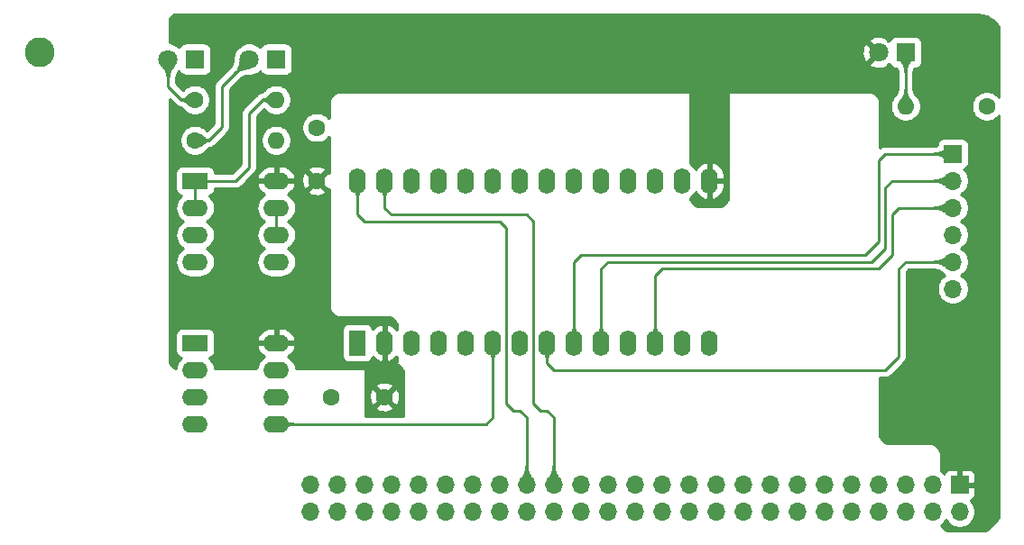
<source format=gbr>
%TF.GenerationSoftware,KiCad,Pcbnew,5.1.9*%
%TF.CreationDate,2021-02-01T10:21:22+01:00*%
%TF.ProjectId,UART_6551_DIP_v1.0,55415254-5f36-4353-9531-5f4449505f76,1.0*%
%TF.SameCoordinates,Original*%
%TF.FileFunction,Copper,L1,Top*%
%TF.FilePolarity,Positive*%
%FSLAX46Y46*%
G04 Gerber Fmt 4.6, Leading zero omitted, Abs format (unit mm)*
G04 Created by KiCad (PCBNEW 5.1.9) date 2021-02-01 10:21:22*
%MOMM*%
%LPD*%
G01*
G04 APERTURE LIST*
%TA.AperFunction,ComponentPad*%
%ADD10C,1.600000*%
%TD*%
%TA.AperFunction,ComponentPad*%
%ADD11O,1.600000X2.400000*%
%TD*%
%TA.AperFunction,ComponentPad*%
%ADD12R,1.600000X2.400000*%
%TD*%
%TA.AperFunction,ComponentPad*%
%ADD13O,2.400000X1.600000*%
%TD*%
%TA.AperFunction,ComponentPad*%
%ADD14R,2.400000X1.600000*%
%TD*%
%TA.AperFunction,ComponentPad*%
%ADD15O,1.600000X1.600000*%
%TD*%
%TA.AperFunction,ComponentPad*%
%ADD16C,1.800000*%
%TD*%
%TA.AperFunction,ComponentPad*%
%ADD17R,1.800000X1.800000*%
%TD*%
%TA.AperFunction,ComponentPad*%
%ADD18O,1.700000X1.700000*%
%TD*%
%TA.AperFunction,ComponentPad*%
%ADD19R,1.700000X1.700000*%
%TD*%
%TA.AperFunction,ComponentPad*%
%ADD20C,2.800000*%
%TD*%
%TA.AperFunction,Conductor*%
%ADD21C,0.228600*%
%TD*%
%TA.AperFunction,Conductor*%
%ADD22C,0.254000*%
%TD*%
%TA.AperFunction,Conductor*%
%ADD23C,0.100000*%
%TD*%
%TA.AperFunction,Conductor*%
%ADD24C,0.025400*%
%TD*%
G04 APERTURE END LIST*
D10*
%TO.P,C2,2*%
%TO.N,GND*%
X97790000Y-88980000D03*
%TO.P,C2,1*%
%TO.N,VCC*%
X97790000Y-93980000D03*
%TD*%
D11*
%TO.P,U1,28*%
%TO.N,/R~W*%
X101600000Y-93980000D03*
%TO.P,U1,14*%
%TO.N,/A1*%
X134620000Y-109220000D03*
%TO.P,U1,27*%
%TO.N,/PHI2*%
X104140000Y-93980000D03*
%TO.P,U1,13*%
%TO.N,/A0*%
X132080000Y-109220000D03*
%TO.P,U1,26*%
%TO.N,N/C*%
X106680000Y-93980000D03*
%TO.P,U1,12*%
%TO.N,/RxD*%
X129540000Y-109220000D03*
%TO.P,U1,25*%
%TO.N,/D7*%
X109220000Y-93980000D03*
%TO.P,U1,11*%
%TO.N,N/C*%
X127000000Y-109220000D03*
%TO.P,U1,24*%
%TO.N,/D6*%
X111760000Y-93980000D03*
%TO.P,U1,10*%
%TO.N,/TxD*%
X124460000Y-109220000D03*
%TO.P,U1,23*%
%TO.N,/D5*%
X114300000Y-93980000D03*
%TO.P,U1,9*%
%TO.N,/~CTS*%
X121920000Y-109220000D03*
%TO.P,U1,22*%
%TO.N,/D4*%
X116840000Y-93980000D03*
%TO.P,U1,8*%
%TO.N,/~RTS*%
X119380000Y-109220000D03*
%TO.P,U1,21*%
%TO.N,/D3*%
X119380000Y-93980000D03*
%TO.P,U1,7*%
%TO.N,N/C*%
X116840000Y-109220000D03*
%TO.P,U1,20*%
%TO.N,/D2*%
X121920000Y-93980000D03*
%TO.P,U1,6*%
%TO.N,/acia_clk*%
X114300000Y-109220000D03*
%TO.P,U1,19*%
%TO.N,/D1*%
X124460000Y-93980000D03*
%TO.P,U1,5*%
%TO.N,N/C*%
X111760000Y-109220000D03*
%TO.P,U1,18*%
%TO.N,/D0*%
X127000000Y-93980000D03*
%TO.P,U1,4*%
%TO.N,/~RESET*%
X109220000Y-109220000D03*
%TO.P,U1,17*%
%TO.N,GND*%
X129540000Y-93980000D03*
%TO.P,U1,3*%
%TO.N,/~IOSEL*%
X106680000Y-109220000D03*
%TO.P,U1,16*%
%TO.N,GND*%
X132080000Y-93980000D03*
%TO.P,U1,2*%
%TO.N,VCC*%
X104140000Y-109220000D03*
%TO.P,U1,15*%
X134620000Y-93980000D03*
D12*
%TO.P,U1,1*%
%TO.N,GND*%
X101600000Y-109220000D03*
%TD*%
D13*
%TO.P,X1,8*%
%TO.N,VCC*%
X93980000Y-109220000D03*
%TO.P,X1,4*%
%TO.N,GND*%
X86360000Y-116840000D03*
%TO.P,X1,7*%
%TO.N,N/C*%
X93980000Y-111760000D03*
%TO.P,X1,3*%
X86360000Y-114300000D03*
%TO.P,X1,6*%
X93980000Y-114300000D03*
%TO.P,X1,2*%
X86360000Y-111760000D03*
%TO.P,X1,5*%
%TO.N,/acia_clk*%
X93980000Y-116840000D03*
D14*
%TO.P,X1,1*%
%TO.N,N/C*%
X86360000Y-109220000D03*
%TD*%
D13*
%TO.P,U2,8*%
%TO.N,VCC*%
X93980000Y-93980000D03*
%TO.P,U2,4*%
%TO.N,GND*%
X86360000Y-101600000D03*
%TO.P,U2,7*%
%TO.N,Net-(R3-Pad2)*%
X93980000Y-96520000D03*
%TO.P,U2,3*%
%TO.N,/RxD*%
X86360000Y-99060000D03*
%TO.P,U2,6*%
%TO.N,Net-(R3-Pad2)*%
X93980000Y-99060000D03*
%TO.P,U2,2*%
%TO.N,Net-(R2-Pad2)*%
X86360000Y-96520000D03*
%TO.P,U2,5*%
%TO.N,/TxD*%
X93980000Y-101600000D03*
D14*
%TO.P,U2,1*%
%TO.N,Net-(R2-Pad2)*%
X86360000Y-93980000D03*
%TD*%
D15*
%TO.P,R3,2*%
%TO.N,Net-(R3-Pad2)*%
X93980000Y-90170000D03*
D10*
%TO.P,R3,1*%
%TO.N,Net-(D3-Pad2)*%
X86360000Y-90170000D03*
%TD*%
D15*
%TO.P,R2,2*%
%TO.N,Net-(R2-Pad2)*%
X93980000Y-86360000D03*
D10*
%TO.P,R2,1*%
%TO.N,Net-(D2-Pad2)*%
X86360000Y-86360000D03*
%TD*%
D16*
%TO.P,D3,2*%
%TO.N,Net-(D3-Pad2)*%
X91440000Y-82550000D03*
D17*
%TO.P,D3,1*%
%TO.N,GND*%
X93980000Y-82550000D03*
%TD*%
D16*
%TO.P,D2,2*%
%TO.N,Net-(D2-Pad2)*%
X83820000Y-82550000D03*
D17*
%TO.P,D2,1*%
%TO.N,GND*%
X86360000Y-82550000D03*
%TD*%
D18*
%TO.P,J2,6*%
%TO.N,GND*%
X157480000Y-104140000D03*
%TO.P,J2,5*%
%TO.N,/~RTS*%
X157480000Y-101600000D03*
%TO.P,J2,4*%
%TO.N,N/C*%
X157480000Y-99060000D03*
%TO.P,J2,3*%
%TO.N,/RxD*%
X157480000Y-96520000D03*
%TO.P,J2,2*%
%TO.N,/TxD*%
X157480000Y-93980000D03*
D19*
%TO.P,J2,1*%
%TO.N,/~CTS*%
X157480000Y-91440000D03*
%TD*%
D10*
%TO.P,C1,2*%
%TO.N,GND*%
X99140000Y-114300000D03*
%TO.P,C1,1*%
%TO.N,VCC*%
X104140000Y-114300000D03*
%TD*%
D20*
%TO.P,TP1,1*%
%TO.N,GND*%
X71755000Y-81915000D03*
%TD*%
D15*
%TO.P,R1,2*%
%TO.N,Net-(D1-Pad1)*%
X153035000Y-86995000D03*
D10*
%TO.P,R1,1*%
%TO.N,GND*%
X160655000Y-86995000D03*
%TD*%
D18*
%TO.P,J1,50*%
%TO.N,GND*%
X97155000Y-125095000D03*
%TO.P,J1,49*%
%TO.N,/~RESET*%
X97155000Y-122555000D03*
%TO.P,J1,48*%
%TO.N,/A0*%
X99695000Y-125095000D03*
%TO.P,J1,47*%
%TO.N,N/C*%
X99695000Y-122555000D03*
%TO.P,J1,46*%
%TO.N,/A1*%
X102235000Y-125095000D03*
%TO.P,J1,45*%
%TO.N,N/C*%
X102235000Y-122555000D03*
%TO.P,J1,44*%
X104775000Y-125095000D03*
%TO.P,J1,43*%
X104775000Y-122555000D03*
%TO.P,J1,42*%
X107315000Y-125095000D03*
%TO.P,J1,41*%
X107315000Y-122555000D03*
%TO.P,J1,40*%
X109855000Y-125095000D03*
%TO.P,J1,39*%
X109855000Y-122555000D03*
%TO.P,J1,38*%
X112395000Y-125095000D03*
%TO.P,J1,37*%
X112395000Y-122555000D03*
%TO.P,J1,36*%
X114935000Y-125095000D03*
%TO.P,J1,35*%
X114935000Y-122555000D03*
%TO.P,J1,34*%
X117475000Y-125095000D03*
%TO.P,J1,33*%
%TO.N,/R~W*%
X117475000Y-122555000D03*
%TO.P,J1,32*%
%TO.N,N/C*%
X120015000Y-125095000D03*
%TO.P,J1,31*%
%TO.N,/PHI2*%
X120015000Y-122555000D03*
%TO.P,J1,30*%
%TO.N,N/C*%
X122555000Y-125095000D03*
%TO.P,J1,29*%
X122555000Y-122555000D03*
%TO.P,J1,28*%
X125095000Y-125095000D03*
%TO.P,J1,27*%
X125095000Y-122555000D03*
%TO.P,J1,26*%
X127635000Y-125095000D03*
%TO.P,J1,25*%
X127635000Y-122555000D03*
%TO.P,J1,24*%
X130175000Y-125095000D03*
%TO.P,J1,23*%
X130175000Y-122555000D03*
%TO.P,J1,22*%
X132715000Y-125095000D03*
%TO.P,J1,21*%
X132715000Y-122555000D03*
%TO.P,J1,20*%
X135255000Y-125095000D03*
%TO.P,J1,19*%
%TO.N,/~IOSEL*%
X135255000Y-122555000D03*
%TO.P,J1,18*%
%TO.N,N/C*%
X137795000Y-125095000D03*
%TO.P,J1,17*%
%TO.N,/D0*%
X137795000Y-122555000D03*
%TO.P,J1,16*%
%TO.N,N/C*%
X140335000Y-125095000D03*
%TO.P,J1,15*%
%TO.N,/D1*%
X140335000Y-122555000D03*
%TO.P,J1,14*%
%TO.N,N/C*%
X142875000Y-125095000D03*
%TO.P,J1,13*%
%TO.N,/D2*%
X142875000Y-122555000D03*
%TO.P,J1,12*%
%TO.N,N/C*%
X145415000Y-125095000D03*
%TO.P,J1,11*%
%TO.N,/D3*%
X145415000Y-122555000D03*
%TO.P,J1,10*%
%TO.N,N/C*%
X147955000Y-125095000D03*
%TO.P,J1,9*%
%TO.N,/D4*%
X147955000Y-122555000D03*
%TO.P,J1,8*%
%TO.N,N/C*%
X150495000Y-125095000D03*
%TO.P,J1,7*%
%TO.N,/D5*%
X150495000Y-122555000D03*
%TO.P,J1,6*%
%TO.N,N/C*%
X153035000Y-125095000D03*
%TO.P,J1,5*%
%TO.N,/D6*%
X153035000Y-122555000D03*
%TO.P,J1,4*%
%TO.N,N/C*%
X155575000Y-125095000D03*
%TO.P,J1,3*%
%TO.N,/D7*%
X155575000Y-122555000D03*
%TO.P,J1,2*%
%TO.N,N/C*%
X158115000Y-125095000D03*
D19*
%TO.P,J1,1*%
%TO.N,VCC*%
X158115000Y-122555000D03*
%TD*%
D16*
%TO.P,D1,2*%
%TO.N,VCC*%
X150495000Y-81915000D03*
D17*
%TO.P,D1,1*%
%TO.N,Net-(D1-Pad1)*%
X153035000Y-81915000D03*
%TD*%
D21*
%TO.N,Net-(D1-Pad1)*%
X153035000Y-81915000D02*
X153035000Y-86995000D01*
%TO.N,/R~W*%
X117475000Y-122555000D02*
X117475000Y-116205000D01*
X117475000Y-116205000D02*
X116840000Y-115570000D01*
X116840000Y-115570000D02*
X116205000Y-115570000D01*
X116205000Y-115570000D02*
X115570000Y-114935000D01*
X115570000Y-114935000D02*
X115570000Y-98425000D01*
X115570000Y-98425000D02*
X114935000Y-97790000D01*
X114935000Y-97790000D02*
X102235000Y-97790000D01*
X101600000Y-97155000D02*
X101600000Y-93980000D01*
X102235000Y-97790000D02*
X101600000Y-97155000D01*
%TO.N,/PHI2*%
X119380000Y-115570000D02*
X120015000Y-116205000D01*
X118745000Y-115570000D02*
X119380000Y-115570000D01*
X120015000Y-116205000D02*
X120015000Y-122555000D01*
X118110000Y-114935000D02*
X118745000Y-115570000D01*
X117475000Y-97155000D02*
X118110000Y-97790000D01*
X104775000Y-97155000D02*
X117475000Y-97155000D01*
X104140000Y-96520000D02*
X104775000Y-97155000D01*
X118110000Y-97790000D02*
X118110000Y-114935000D01*
X104140000Y-93980000D02*
X104140000Y-96520000D01*
%TO.N,/~RTS*%
X119380000Y-109220000D02*
X119380000Y-111125000D01*
X119380000Y-111125000D02*
X120015000Y-111760000D01*
X120015000Y-111760000D02*
X151130000Y-111760000D01*
X151130000Y-111760000D02*
X152400000Y-110490000D01*
X152400000Y-110490000D02*
X152400000Y-102235000D01*
X153035000Y-101600000D02*
X157480000Y-101600000D01*
X152400000Y-102235000D02*
X153035000Y-101600000D01*
%TO.N,/RxD*%
X129540000Y-109220000D02*
X129540000Y-102870000D01*
X129540000Y-102870000D02*
X130175000Y-102235000D01*
X130175000Y-102235000D02*
X150495000Y-102235000D01*
X150495000Y-102235000D02*
X151765000Y-100965000D01*
X151765000Y-100965000D02*
X151765000Y-97155000D01*
X152400000Y-96520000D02*
X157480000Y-96520000D01*
X151765000Y-97155000D02*
X152400000Y-96520000D01*
%TO.N,/TxD*%
X124460000Y-102235000D02*
X124460000Y-109220000D01*
X125095000Y-101600000D02*
X124460000Y-102235000D01*
X149860000Y-101600000D02*
X125095000Y-101600000D01*
X151765000Y-93980000D02*
X151130000Y-94615000D01*
X151130000Y-100330000D02*
X149860000Y-101600000D01*
X151130000Y-94615000D02*
X151130000Y-100330000D01*
X157480000Y-93980000D02*
X151765000Y-93980000D01*
%TO.N,/~CTS*%
X121920000Y-109220000D02*
X121920000Y-101600000D01*
X121920000Y-101600000D02*
X122555000Y-100965000D01*
X122555000Y-100965000D02*
X149225000Y-100965000D01*
X149225000Y-100965000D02*
X150495000Y-99695000D01*
X150495000Y-99695000D02*
X150495000Y-92075000D01*
X151130000Y-91440000D02*
X157480000Y-91440000D01*
X150495000Y-92075000D02*
X151130000Y-91440000D01*
%TO.N,/acia_clk*%
X114300000Y-116205000D02*
X114300000Y-109220000D01*
X113665000Y-116840000D02*
X114300000Y-116205000D01*
X93980000Y-116840000D02*
X113665000Y-116840000D01*
%TO.N,Net-(D2-Pad2)*%
X83820000Y-82550000D02*
X83820000Y-85090000D01*
X83820000Y-85090000D02*
X85090000Y-86360000D01*
X85090000Y-86360000D02*
X86360000Y-86360000D01*
%TO.N,Net-(D3-Pad2)*%
X88900000Y-88900000D02*
X87630000Y-90170000D01*
X87630000Y-90170000D02*
X86360000Y-90170000D01*
X88900000Y-85090000D02*
X88900000Y-88900000D01*
X91440000Y-82550000D02*
X88900000Y-85090000D01*
%TO.N,Net-(R2-Pad2)*%
X86360000Y-93980000D02*
X90170000Y-93980000D01*
X90170000Y-93980000D02*
X91440000Y-92710000D01*
X91440000Y-92710000D02*
X91440000Y-87630000D01*
X91440000Y-87630000D02*
X92710000Y-86360000D01*
X92710000Y-86360000D02*
X93980000Y-86360000D01*
X86360000Y-96520000D02*
X86360000Y-93980000D01*
%TO.N,Net-(R3-Pad2)*%
X93980000Y-99060000D02*
X93980000Y-96520000D01*
%TD*%
D22*
%TO.N,VCC*%
X160228893Y-78402670D02*
X160665498Y-78534489D01*
X161068185Y-78748600D01*
X161343692Y-78973298D01*
X161490438Y-79120044D01*
X161712327Y-79388261D01*
X161798000Y-79546711D01*
X161798000Y-86122689D01*
X161769637Y-86080241D01*
X161569759Y-85880363D01*
X161334727Y-85723320D01*
X161073574Y-85615147D01*
X160796335Y-85560000D01*
X160513665Y-85560000D01*
X160236426Y-85615147D01*
X159975273Y-85723320D01*
X159740241Y-85880363D01*
X159540363Y-86080241D01*
X159383320Y-86315273D01*
X159275147Y-86576426D01*
X159220000Y-86853665D01*
X159220000Y-87136335D01*
X159275147Y-87413574D01*
X159383320Y-87674727D01*
X159540363Y-87909759D01*
X159740241Y-88109637D01*
X159975273Y-88266680D01*
X160236426Y-88374853D01*
X160513665Y-88430000D01*
X160796335Y-88430000D01*
X161073574Y-88374853D01*
X161334727Y-88266680D01*
X161569759Y-88109637D01*
X161769637Y-87909759D01*
X161798000Y-87867311D01*
X161798000Y-125577737D01*
X161727532Y-125747862D01*
X160672862Y-126802532D01*
X160502737Y-126873000D01*
X156997263Y-126873000D01*
X156827138Y-126802532D01*
X156407468Y-126382862D01*
X156388617Y-126337352D01*
X156521632Y-126248475D01*
X156728475Y-126041632D01*
X156845000Y-125867240D01*
X156961525Y-126041632D01*
X157168368Y-126248475D01*
X157411589Y-126410990D01*
X157681842Y-126522932D01*
X157968740Y-126580000D01*
X158261260Y-126580000D01*
X158548158Y-126522932D01*
X158818411Y-126410990D01*
X159061632Y-126248475D01*
X159268475Y-126041632D01*
X159430990Y-125798411D01*
X159542932Y-125528158D01*
X159600000Y-125241260D01*
X159600000Y-124948740D01*
X159542932Y-124661842D01*
X159430990Y-124391589D01*
X159268475Y-124148368D01*
X159136620Y-124016513D01*
X159209180Y-123994502D01*
X159319494Y-123935537D01*
X159416185Y-123856185D01*
X159495537Y-123759494D01*
X159554502Y-123649180D01*
X159590812Y-123529482D01*
X159603072Y-123405000D01*
X159600000Y-122840750D01*
X159441250Y-122682000D01*
X158242000Y-122682000D01*
X158242000Y-122702000D01*
X157988000Y-122702000D01*
X157988000Y-122682000D01*
X157968000Y-122682000D01*
X157968000Y-122428000D01*
X157988000Y-122428000D01*
X157988000Y-121228750D01*
X158242000Y-121228750D01*
X158242000Y-122428000D01*
X159441250Y-122428000D01*
X159600000Y-122269250D01*
X159603072Y-121705000D01*
X159590812Y-121580518D01*
X159554502Y-121460820D01*
X159495537Y-121350506D01*
X159416185Y-121253815D01*
X159319494Y-121174463D01*
X159209180Y-121115498D01*
X159089482Y-121079188D01*
X158965000Y-121066928D01*
X158400750Y-121070000D01*
X158242000Y-121228750D01*
X157988000Y-121228750D01*
X157829250Y-121070000D01*
X157265000Y-121066928D01*
X157140518Y-121079188D01*
X157020820Y-121115498D01*
X156910506Y-121174463D01*
X156813815Y-121253815D01*
X156734463Y-121350506D01*
X156675498Y-121460820D01*
X156653487Y-121533380D01*
X156521632Y-121401525D01*
X156337000Y-121278158D01*
X156337000Y-119507000D01*
X156334560Y-119482224D01*
X156327333Y-119458399D01*
X156237530Y-119241596D01*
X156225794Y-119219639D01*
X156210000Y-119200394D01*
X155754606Y-118745000D01*
X155735360Y-118729206D01*
X155713404Y-118717470D01*
X155496601Y-118627667D01*
X155472777Y-118620440D01*
X155448000Y-118618000D01*
X151282263Y-118618000D01*
X151112138Y-118547532D01*
X150692468Y-118127862D01*
X150622000Y-117957737D01*
X150622000Y-112509300D01*
X151093205Y-112509300D01*
X151130000Y-112512924D01*
X151166795Y-112509300D01*
X151166806Y-112509300D01*
X151276888Y-112498458D01*
X151418132Y-112455612D01*
X151548303Y-112386034D01*
X151662398Y-112292398D01*
X151685863Y-112263806D01*
X152903812Y-111045858D01*
X152932398Y-111022398D01*
X152984511Y-110958899D01*
X153026034Y-110908304D01*
X153095611Y-110778133D01*
X153095612Y-110778132D01*
X153138458Y-110636888D01*
X153149300Y-110526806D01*
X153149300Y-110526797D01*
X153152924Y-110490001D01*
X153149300Y-110453205D01*
X153149300Y-102545370D01*
X153345370Y-102349300D01*
X155692771Y-102349300D01*
X155795735Y-102352904D01*
X155881071Y-102362172D01*
X155960183Y-102376999D01*
X156033941Y-102397061D01*
X156103368Y-102422264D01*
X156169550Y-102452788D01*
X156233501Y-102489084D01*
X156296091Y-102531831D01*
X156357935Y-102581850D01*
X156429009Y-102649116D01*
X156533368Y-102753475D01*
X156707760Y-102870000D01*
X156533368Y-102986525D01*
X156326525Y-103193368D01*
X156164010Y-103436589D01*
X156052068Y-103706842D01*
X155995000Y-103993740D01*
X155995000Y-104286260D01*
X156052068Y-104573158D01*
X156164010Y-104843411D01*
X156326525Y-105086632D01*
X156533368Y-105293475D01*
X156776589Y-105455990D01*
X157046842Y-105567932D01*
X157333740Y-105625000D01*
X157626260Y-105625000D01*
X157913158Y-105567932D01*
X158183411Y-105455990D01*
X158426632Y-105293475D01*
X158633475Y-105086632D01*
X158795990Y-104843411D01*
X158907932Y-104573158D01*
X158965000Y-104286260D01*
X158965000Y-103993740D01*
X158907932Y-103706842D01*
X158795990Y-103436589D01*
X158633475Y-103193368D01*
X158426632Y-102986525D01*
X158252240Y-102870000D01*
X158426632Y-102753475D01*
X158633475Y-102546632D01*
X158795990Y-102303411D01*
X158907932Y-102033158D01*
X158965000Y-101746260D01*
X158965000Y-101453740D01*
X158907932Y-101166842D01*
X158795990Y-100896589D01*
X158633475Y-100653368D01*
X158426632Y-100446525D01*
X158252240Y-100330000D01*
X158426632Y-100213475D01*
X158633475Y-100006632D01*
X158795990Y-99763411D01*
X158907932Y-99493158D01*
X158965000Y-99206260D01*
X158965000Y-98913740D01*
X158907932Y-98626842D01*
X158795990Y-98356589D01*
X158633475Y-98113368D01*
X158426632Y-97906525D01*
X158252240Y-97790000D01*
X158426632Y-97673475D01*
X158633475Y-97466632D01*
X158795990Y-97223411D01*
X158907932Y-96953158D01*
X158965000Y-96666260D01*
X158965000Y-96373740D01*
X158907932Y-96086842D01*
X158795990Y-95816589D01*
X158633475Y-95573368D01*
X158426632Y-95366525D01*
X158252240Y-95250000D01*
X158426632Y-95133475D01*
X158633475Y-94926632D01*
X158795990Y-94683411D01*
X158907932Y-94413158D01*
X158965000Y-94126260D01*
X158965000Y-93833740D01*
X158907932Y-93546842D01*
X158795990Y-93276589D01*
X158633475Y-93033368D01*
X158501620Y-92901513D01*
X158574180Y-92879502D01*
X158684494Y-92820537D01*
X158781185Y-92741185D01*
X158860537Y-92644494D01*
X158919502Y-92534180D01*
X158955812Y-92414482D01*
X158968072Y-92290000D01*
X158968072Y-90590000D01*
X158955812Y-90465518D01*
X158919502Y-90345820D01*
X158860537Y-90235506D01*
X158781185Y-90138815D01*
X158684494Y-90059463D01*
X158574180Y-90000498D01*
X158454482Y-89964188D01*
X158330000Y-89951928D01*
X156630000Y-89951928D01*
X156505518Y-89964188D01*
X156385820Y-90000498D01*
X156275506Y-90059463D01*
X156178815Y-90138815D01*
X156099463Y-90235506D01*
X156040498Y-90345820D01*
X156004188Y-90465518D01*
X155991928Y-90590000D01*
X155991928Y-90654366D01*
X155960183Y-90663001D01*
X155881071Y-90677828D01*
X155795735Y-90687096D01*
X155692771Y-90690700D01*
X151166798Y-90690700D01*
X151130000Y-90687076D01*
X151093202Y-90690700D01*
X151093194Y-90690700D01*
X150983112Y-90701542D01*
X150841868Y-90744388D01*
X150711697Y-90813966D01*
X150626190Y-90884139D01*
X150626183Y-90884146D01*
X150622000Y-90887579D01*
X150622000Y-86487000D01*
X150619560Y-86462224D01*
X150612333Y-86438399D01*
X150522530Y-86221596D01*
X150510794Y-86199639D01*
X150495000Y-86180394D01*
X150039606Y-85725000D01*
X150020360Y-85709206D01*
X149998404Y-85697470D01*
X149781601Y-85607667D01*
X149757777Y-85600440D01*
X149733000Y-85598000D01*
X99822000Y-85598000D01*
X99797224Y-85600440D01*
X99773399Y-85607667D01*
X99556596Y-85697470D01*
X99534639Y-85709206D01*
X99515394Y-85725000D01*
X99060000Y-86180394D01*
X99044206Y-86199640D01*
X99032470Y-86221596D01*
X98942667Y-86438399D01*
X98935440Y-86462223D01*
X98933000Y-86487000D01*
X98933000Y-88107689D01*
X98904637Y-88065241D01*
X98704759Y-87865363D01*
X98469727Y-87708320D01*
X98208574Y-87600147D01*
X97931335Y-87545000D01*
X97648665Y-87545000D01*
X97371426Y-87600147D01*
X97110273Y-87708320D01*
X96875241Y-87865363D01*
X96675363Y-88065241D01*
X96518320Y-88300273D01*
X96410147Y-88561426D01*
X96355000Y-88838665D01*
X96355000Y-89121335D01*
X96410147Y-89398574D01*
X96518320Y-89659727D01*
X96675363Y-89894759D01*
X96875241Y-90094637D01*
X97110273Y-90251680D01*
X97371426Y-90359853D01*
X97648665Y-90415000D01*
X97931335Y-90415000D01*
X98208574Y-90359853D01*
X98469727Y-90251680D01*
X98704759Y-90094637D01*
X98904637Y-89894759D01*
X98933000Y-89852311D01*
X98933000Y-93211002D01*
X98782702Y-93166903D01*
X97969605Y-93980000D01*
X98782702Y-94793097D01*
X98933000Y-94748998D01*
X98933000Y-105918000D01*
X98935440Y-105942776D01*
X98942667Y-105966601D01*
X99032470Y-106183404D01*
X99044206Y-106205361D01*
X99060000Y-106224606D01*
X99515394Y-106680000D01*
X99534640Y-106695794D01*
X99556596Y-106707530D01*
X99773399Y-106797333D01*
X99797223Y-106804560D01*
X99822000Y-106807000D01*
X104622737Y-106807000D01*
X104792862Y-106877468D01*
X105212532Y-107297138D01*
X105283000Y-107467263D01*
X105283000Y-107948355D01*
X105262601Y-107917161D01*
X105064895Y-107715500D01*
X104831646Y-107556285D01*
X104571818Y-107445633D01*
X104489039Y-107428096D01*
X104267000Y-107550085D01*
X104267000Y-109093000D01*
X104287000Y-109093000D01*
X104287000Y-109347000D01*
X104267000Y-109347000D01*
X104267000Y-110889915D01*
X104489039Y-111011904D01*
X104571818Y-110994367D01*
X104831646Y-110883715D01*
X105064895Y-110724500D01*
X105262601Y-110522839D01*
X105283000Y-110491646D01*
X105283000Y-110972737D01*
X105212532Y-111142862D01*
X104792862Y-111562532D01*
X104622737Y-111633000D01*
X95809434Y-111633000D01*
X95794236Y-111478691D01*
X95712182Y-111208192D01*
X95578932Y-110958899D01*
X95399608Y-110740392D01*
X95181101Y-110561068D01*
X95053259Y-110492735D01*
X95282839Y-110342601D01*
X95484500Y-110144895D01*
X95643715Y-109911646D01*
X95754367Y-109651818D01*
X95771904Y-109569039D01*
X95649915Y-109347000D01*
X94107000Y-109347000D01*
X94107000Y-109367000D01*
X93853000Y-109367000D01*
X93853000Y-109347000D01*
X92310085Y-109347000D01*
X92188096Y-109569039D01*
X92205633Y-109651818D01*
X92316285Y-109911646D01*
X92475500Y-110144895D01*
X92677161Y-110342601D01*
X92906741Y-110492735D01*
X92778899Y-110561068D01*
X92560392Y-110740392D01*
X92381068Y-110958899D01*
X92247818Y-111208192D01*
X92165764Y-111478691D01*
X92150566Y-111633000D01*
X88189434Y-111633000D01*
X88174236Y-111478691D01*
X88092182Y-111208192D01*
X87958932Y-110958899D01*
X87779608Y-110740392D01*
X87666518Y-110647581D01*
X87684482Y-110645812D01*
X87804180Y-110609502D01*
X87914494Y-110550537D01*
X88011185Y-110471185D01*
X88090537Y-110374494D01*
X88149502Y-110264180D01*
X88185812Y-110144482D01*
X88198072Y-110020000D01*
X88198072Y-108870961D01*
X92188096Y-108870961D01*
X92310085Y-109093000D01*
X93853000Y-109093000D01*
X93853000Y-107785000D01*
X94107000Y-107785000D01*
X94107000Y-109093000D01*
X95649915Y-109093000D01*
X95771904Y-108870961D01*
X95754367Y-108788182D01*
X95643715Y-108528354D01*
X95484500Y-108295105D01*
X95282839Y-108097399D01*
X95164483Y-108020000D01*
X100161928Y-108020000D01*
X100161928Y-110420000D01*
X100174188Y-110544482D01*
X100210498Y-110664180D01*
X100269463Y-110774494D01*
X100348815Y-110871185D01*
X100445506Y-110950537D01*
X100555820Y-111009502D01*
X100675518Y-111045812D01*
X100800000Y-111058072D01*
X102400000Y-111058072D01*
X102524482Y-111045812D01*
X102644180Y-111009502D01*
X102754494Y-110950537D01*
X102851185Y-110871185D01*
X102930537Y-110774494D01*
X102989502Y-110664180D01*
X103025812Y-110544482D01*
X103026981Y-110532613D01*
X103215105Y-110724500D01*
X103448354Y-110883715D01*
X103708182Y-110994367D01*
X103790961Y-111011904D01*
X104013000Y-110889915D01*
X104013000Y-109347000D01*
X103993000Y-109347000D01*
X103993000Y-109093000D01*
X104013000Y-109093000D01*
X104013000Y-107550085D01*
X103790961Y-107428096D01*
X103708182Y-107445633D01*
X103448354Y-107556285D01*
X103215105Y-107715500D01*
X103026981Y-107907387D01*
X103025812Y-107895518D01*
X102989502Y-107775820D01*
X102930537Y-107665506D01*
X102851185Y-107568815D01*
X102754494Y-107489463D01*
X102644180Y-107430498D01*
X102524482Y-107394188D01*
X102400000Y-107381928D01*
X100800000Y-107381928D01*
X100675518Y-107394188D01*
X100555820Y-107430498D01*
X100445506Y-107489463D01*
X100348815Y-107568815D01*
X100269463Y-107665506D01*
X100210498Y-107775820D01*
X100174188Y-107895518D01*
X100161928Y-108020000D01*
X95164483Y-108020000D01*
X95046483Y-107942834D01*
X94784514Y-107837350D01*
X94507000Y-107785000D01*
X94107000Y-107785000D01*
X93853000Y-107785000D01*
X93453000Y-107785000D01*
X93175486Y-107837350D01*
X92913517Y-107942834D01*
X92677161Y-108097399D01*
X92475500Y-108295105D01*
X92316285Y-108528354D01*
X92205633Y-108788182D01*
X92188096Y-108870961D01*
X88198072Y-108870961D01*
X88198072Y-108420000D01*
X88185812Y-108295518D01*
X88149502Y-108175820D01*
X88090537Y-108065506D01*
X88011185Y-107968815D01*
X87914494Y-107889463D01*
X87804180Y-107830498D01*
X87684482Y-107794188D01*
X87560000Y-107781928D01*
X85160000Y-107781928D01*
X85035518Y-107794188D01*
X84915820Y-107830498D01*
X84805506Y-107889463D01*
X84708815Y-107968815D01*
X84629463Y-108065506D01*
X84570498Y-108175820D01*
X84534188Y-108295518D01*
X84521928Y-108420000D01*
X84521928Y-110020000D01*
X84534188Y-110144482D01*
X84570498Y-110264180D01*
X84629463Y-110374494D01*
X84708815Y-110471185D01*
X84805506Y-110550537D01*
X84915820Y-110609502D01*
X85035518Y-110645812D01*
X85053482Y-110647581D01*
X84940392Y-110740392D01*
X84761068Y-110958899D01*
X84627818Y-111208192D01*
X84545764Y-111478691D01*
X84533572Y-111602476D01*
X84437138Y-111562532D01*
X84017468Y-111142862D01*
X83947000Y-110972737D01*
X83947000Y-96520000D01*
X84518057Y-96520000D01*
X84545764Y-96801309D01*
X84627818Y-97071808D01*
X84761068Y-97321101D01*
X84940392Y-97539608D01*
X85158899Y-97718932D01*
X85291858Y-97790000D01*
X85158899Y-97861068D01*
X84940392Y-98040392D01*
X84761068Y-98258899D01*
X84627818Y-98508192D01*
X84545764Y-98778691D01*
X84518057Y-99060000D01*
X84545764Y-99341309D01*
X84627818Y-99611808D01*
X84761068Y-99861101D01*
X84940392Y-100079608D01*
X85158899Y-100258932D01*
X85291858Y-100330000D01*
X85158899Y-100401068D01*
X84940392Y-100580392D01*
X84761068Y-100798899D01*
X84627818Y-101048192D01*
X84545764Y-101318691D01*
X84518057Y-101600000D01*
X84545764Y-101881309D01*
X84627818Y-102151808D01*
X84761068Y-102401101D01*
X84940392Y-102619608D01*
X85158899Y-102798932D01*
X85408192Y-102932182D01*
X85678691Y-103014236D01*
X85889508Y-103035000D01*
X86830492Y-103035000D01*
X87041309Y-103014236D01*
X87311808Y-102932182D01*
X87561101Y-102798932D01*
X87779608Y-102619608D01*
X87958932Y-102401101D01*
X88092182Y-102151808D01*
X88174236Y-101881309D01*
X88201943Y-101600000D01*
X88174236Y-101318691D01*
X88092182Y-101048192D01*
X87958932Y-100798899D01*
X87779608Y-100580392D01*
X87561101Y-100401068D01*
X87428142Y-100330000D01*
X87561101Y-100258932D01*
X87779608Y-100079608D01*
X87958932Y-99861101D01*
X88092182Y-99611808D01*
X88174236Y-99341309D01*
X88201943Y-99060000D01*
X88174236Y-98778691D01*
X88092182Y-98508192D01*
X87958932Y-98258899D01*
X87779608Y-98040392D01*
X87561101Y-97861068D01*
X87428142Y-97790000D01*
X87561101Y-97718932D01*
X87779608Y-97539608D01*
X87958932Y-97321101D01*
X88092182Y-97071808D01*
X88174236Y-96801309D01*
X88201943Y-96520000D01*
X92138057Y-96520000D01*
X92165764Y-96801309D01*
X92247818Y-97071808D01*
X92381068Y-97321101D01*
X92560392Y-97539608D01*
X92778899Y-97718932D01*
X92911858Y-97790000D01*
X92778899Y-97861068D01*
X92560392Y-98040392D01*
X92381068Y-98258899D01*
X92247818Y-98508192D01*
X92165764Y-98778691D01*
X92138057Y-99060000D01*
X92165764Y-99341309D01*
X92247818Y-99611808D01*
X92381068Y-99861101D01*
X92560392Y-100079608D01*
X92778899Y-100258932D01*
X92911858Y-100330000D01*
X92778899Y-100401068D01*
X92560392Y-100580392D01*
X92381068Y-100798899D01*
X92247818Y-101048192D01*
X92165764Y-101318691D01*
X92138057Y-101600000D01*
X92165764Y-101881309D01*
X92247818Y-102151808D01*
X92381068Y-102401101D01*
X92560392Y-102619608D01*
X92778899Y-102798932D01*
X93028192Y-102932182D01*
X93298691Y-103014236D01*
X93509508Y-103035000D01*
X94450492Y-103035000D01*
X94661309Y-103014236D01*
X94931808Y-102932182D01*
X95181101Y-102798932D01*
X95399608Y-102619608D01*
X95578932Y-102401101D01*
X95712182Y-102151808D01*
X95794236Y-101881309D01*
X95821943Y-101600000D01*
X95794236Y-101318691D01*
X95712182Y-101048192D01*
X95578932Y-100798899D01*
X95399608Y-100580392D01*
X95181101Y-100401068D01*
X95048142Y-100330000D01*
X95181101Y-100258932D01*
X95399608Y-100079608D01*
X95578932Y-99861101D01*
X95712182Y-99611808D01*
X95794236Y-99341309D01*
X95821943Y-99060000D01*
X95794236Y-98778691D01*
X95712182Y-98508192D01*
X95578932Y-98258899D01*
X95399608Y-98040392D01*
X95181101Y-97861068D01*
X95048142Y-97790000D01*
X95181101Y-97718932D01*
X95399608Y-97539608D01*
X95578932Y-97321101D01*
X95712182Y-97071808D01*
X95794236Y-96801309D01*
X95821943Y-96520000D01*
X95794236Y-96238691D01*
X95712182Y-95968192D01*
X95578932Y-95718899D01*
X95399608Y-95500392D01*
X95181101Y-95321068D01*
X95053259Y-95252735D01*
X95282839Y-95102601D01*
X95415336Y-94972702D01*
X96976903Y-94972702D01*
X97048486Y-95216671D01*
X97303996Y-95337571D01*
X97578184Y-95406300D01*
X97860512Y-95420217D01*
X98140130Y-95378787D01*
X98406292Y-95283603D01*
X98531514Y-95216671D01*
X98603097Y-94972702D01*
X97790000Y-94159605D01*
X96976903Y-94972702D01*
X95415336Y-94972702D01*
X95484500Y-94904895D01*
X95643715Y-94671646D01*
X95754367Y-94411818D01*
X95771904Y-94329039D01*
X95649915Y-94107000D01*
X94107000Y-94107000D01*
X94107000Y-94127000D01*
X93853000Y-94127000D01*
X93853000Y-94107000D01*
X92310085Y-94107000D01*
X92188096Y-94329039D01*
X92205633Y-94411818D01*
X92316285Y-94671646D01*
X92475500Y-94904895D01*
X92677161Y-95102601D01*
X92906741Y-95252735D01*
X92778899Y-95321068D01*
X92560392Y-95500392D01*
X92381068Y-95718899D01*
X92247818Y-95968192D01*
X92165764Y-96238691D01*
X92138057Y-96520000D01*
X88201943Y-96520000D01*
X88174236Y-96238691D01*
X88092182Y-95968192D01*
X87958932Y-95718899D01*
X87779608Y-95500392D01*
X87666518Y-95407581D01*
X87684482Y-95405812D01*
X87804180Y-95369502D01*
X87914494Y-95310537D01*
X88011185Y-95231185D01*
X88090537Y-95134494D01*
X88149502Y-95024180D01*
X88185812Y-94904482D01*
X88198072Y-94780000D01*
X88198072Y-94729300D01*
X90133205Y-94729300D01*
X90170000Y-94732924D01*
X90206795Y-94729300D01*
X90206806Y-94729300D01*
X90316888Y-94718458D01*
X90458132Y-94675612D01*
X90588303Y-94606034D01*
X90702398Y-94512398D01*
X90725863Y-94483806D01*
X91159157Y-94050512D01*
X96349783Y-94050512D01*
X96391213Y-94330130D01*
X96486397Y-94596292D01*
X96553329Y-94721514D01*
X96797298Y-94793097D01*
X97610395Y-93980000D01*
X96797298Y-93166903D01*
X96553329Y-93238486D01*
X96432429Y-93493996D01*
X96363700Y-93768184D01*
X96349783Y-94050512D01*
X91159157Y-94050512D01*
X91578708Y-93630961D01*
X92188096Y-93630961D01*
X92310085Y-93853000D01*
X93853000Y-93853000D01*
X93853000Y-92545000D01*
X94107000Y-92545000D01*
X94107000Y-93853000D01*
X95649915Y-93853000D01*
X95771904Y-93630961D01*
X95754367Y-93548182D01*
X95643715Y-93288354D01*
X95484500Y-93055105D01*
X95415337Y-92987298D01*
X96976903Y-92987298D01*
X97790000Y-93800395D01*
X98603097Y-92987298D01*
X98531514Y-92743329D01*
X98276004Y-92622429D01*
X98001816Y-92553700D01*
X97719488Y-92539783D01*
X97439870Y-92581213D01*
X97173708Y-92676397D01*
X97048486Y-92743329D01*
X96976903Y-92987298D01*
X95415337Y-92987298D01*
X95282839Y-92857399D01*
X95046483Y-92702834D01*
X94784514Y-92597350D01*
X94507000Y-92545000D01*
X94107000Y-92545000D01*
X93853000Y-92545000D01*
X93453000Y-92545000D01*
X93175486Y-92597350D01*
X92913517Y-92702834D01*
X92677161Y-92857399D01*
X92475500Y-93055105D01*
X92316285Y-93288354D01*
X92205633Y-93548182D01*
X92188096Y-93630961D01*
X91578708Y-93630961D01*
X91943812Y-93265858D01*
X91972398Y-93242398D01*
X92004731Y-93203001D01*
X92066034Y-93128304D01*
X92119544Y-93028193D01*
X92135612Y-92998132D01*
X92178458Y-92856888D01*
X92189300Y-92746806D01*
X92189300Y-92746797D01*
X92192924Y-92710001D01*
X92189300Y-92673205D01*
X92189300Y-90028665D01*
X92545000Y-90028665D01*
X92545000Y-90311335D01*
X92600147Y-90588574D01*
X92708320Y-90849727D01*
X92865363Y-91084759D01*
X93065241Y-91284637D01*
X93300273Y-91441680D01*
X93561426Y-91549853D01*
X93838665Y-91605000D01*
X94121335Y-91605000D01*
X94398574Y-91549853D01*
X94659727Y-91441680D01*
X94894759Y-91284637D01*
X95094637Y-91084759D01*
X95251680Y-90849727D01*
X95359853Y-90588574D01*
X95415000Y-90311335D01*
X95415000Y-90028665D01*
X95359853Y-89751426D01*
X95251680Y-89490273D01*
X95094637Y-89255241D01*
X94894759Y-89055363D01*
X94659727Y-88898320D01*
X94398574Y-88790147D01*
X94121335Y-88735000D01*
X93838665Y-88735000D01*
X93561426Y-88790147D01*
X93300273Y-88898320D01*
X93065241Y-89055363D01*
X92865363Y-89255241D01*
X92708320Y-89490273D01*
X92600147Y-89751426D01*
X92545000Y-90028665D01*
X92189300Y-90028665D01*
X92189300Y-87940369D01*
X92858754Y-87270916D01*
X92884378Y-87294557D01*
X92955775Y-87365171D01*
X93065241Y-87474637D01*
X93300273Y-87631680D01*
X93561426Y-87739853D01*
X93838665Y-87795000D01*
X94121335Y-87795000D01*
X94398574Y-87739853D01*
X94659727Y-87631680D01*
X94894759Y-87474637D01*
X95094637Y-87274759D01*
X95251680Y-87039727D01*
X95359853Y-86778574D01*
X95415000Y-86501335D01*
X95415000Y-86218665D01*
X95359853Y-85941426D01*
X95251680Y-85680273D01*
X95094637Y-85445241D01*
X94894759Y-85245363D01*
X94659727Y-85088320D01*
X94398574Y-84980147D01*
X94121335Y-84925000D01*
X93838665Y-84925000D01*
X93561426Y-84980147D01*
X93300273Y-85088320D01*
X93065241Y-85245363D01*
X92955793Y-85354811D01*
X92884378Y-85425441D01*
X92819794Y-85485028D01*
X92762499Y-85533748D01*
X92713631Y-85571441D01*
X92674727Y-85598073D01*
X92649286Y-85613055D01*
X92563112Y-85621542D01*
X92421868Y-85664388D01*
X92369263Y-85692506D01*
X92291696Y-85733966D01*
X92206190Y-85804140D01*
X92177602Y-85827602D01*
X92154141Y-85856189D01*
X90936189Y-87074142D01*
X90907603Y-87097602D01*
X90884143Y-87126188D01*
X90884140Y-87126191D01*
X90813966Y-87211697D01*
X90744388Y-87341869D01*
X90735405Y-87371484D01*
X90705485Y-87470119D01*
X90701543Y-87483113D01*
X90687076Y-87630000D01*
X90690701Y-87666805D01*
X90690700Y-92399630D01*
X89859631Y-93230700D01*
X88198072Y-93230700D01*
X88198072Y-93180000D01*
X88185812Y-93055518D01*
X88149502Y-92935820D01*
X88090537Y-92825506D01*
X88011185Y-92728815D01*
X87914494Y-92649463D01*
X87804180Y-92590498D01*
X87684482Y-92554188D01*
X87560000Y-92541928D01*
X85160000Y-92541928D01*
X85035518Y-92554188D01*
X84915820Y-92590498D01*
X84805506Y-92649463D01*
X84708815Y-92728815D01*
X84629463Y-92825506D01*
X84570498Y-92935820D01*
X84534188Y-93055518D01*
X84521928Y-93180000D01*
X84521928Y-94780000D01*
X84534188Y-94904482D01*
X84570498Y-95024180D01*
X84629463Y-95134494D01*
X84708815Y-95231185D01*
X84805506Y-95310537D01*
X84915820Y-95369502D01*
X85035518Y-95405812D01*
X85053482Y-95407581D01*
X84940392Y-95500392D01*
X84761068Y-95718899D01*
X84627818Y-95968192D01*
X84545764Y-96238691D01*
X84518057Y-96520000D01*
X83947000Y-96520000D01*
X83947000Y-90028665D01*
X84925000Y-90028665D01*
X84925000Y-90311335D01*
X84980147Y-90588574D01*
X85088320Y-90849727D01*
X85245363Y-91084759D01*
X85445241Y-91284637D01*
X85680273Y-91441680D01*
X85941426Y-91549853D01*
X86218665Y-91605000D01*
X86501335Y-91605000D01*
X86778574Y-91549853D01*
X87039727Y-91441680D01*
X87274759Y-91284637D01*
X87384218Y-91175178D01*
X87455627Y-91104553D01*
X87520203Y-91044972D01*
X87577500Y-90996251D01*
X87626363Y-90958562D01*
X87665274Y-90931926D01*
X87690713Y-90916945D01*
X87776888Y-90908458D01*
X87918132Y-90865612D01*
X88048303Y-90796034D01*
X88162398Y-90702398D01*
X88185863Y-90673806D01*
X89403811Y-89455859D01*
X89432398Y-89432398D01*
X89505152Y-89343748D01*
X89526034Y-89318304D01*
X89595611Y-89188133D01*
X89595612Y-89188132D01*
X89638458Y-89046888D01*
X89649300Y-88936806D01*
X89649300Y-88936797D01*
X89652924Y-88900001D01*
X89649300Y-88863205D01*
X89649300Y-85400369D01*
X90620695Y-84428975D01*
X90703376Y-84351886D01*
X90777825Y-84292027D01*
X90852071Y-84241219D01*
X90926494Y-84198628D01*
X91001761Y-84163456D01*
X91078778Y-84135062D01*
X91158533Y-84113061D01*
X91242152Y-84097312D01*
X91330680Y-84087955D01*
X91438073Y-84085000D01*
X91591184Y-84085000D01*
X91887743Y-84026011D01*
X92167095Y-83910299D01*
X92418505Y-83742312D01*
X92484944Y-83675873D01*
X92490498Y-83694180D01*
X92549463Y-83804494D01*
X92628815Y-83901185D01*
X92725506Y-83980537D01*
X92835820Y-84039502D01*
X92955518Y-84075812D01*
X93080000Y-84088072D01*
X94880000Y-84088072D01*
X95004482Y-84075812D01*
X95124180Y-84039502D01*
X95234494Y-83980537D01*
X95331185Y-83901185D01*
X95410537Y-83804494D01*
X95469502Y-83694180D01*
X95505812Y-83574482D01*
X95518072Y-83450000D01*
X95518072Y-81981553D01*
X148954009Y-81981553D01*
X148996603Y-82280907D01*
X149096778Y-82566199D01*
X149176739Y-82715792D01*
X149430920Y-82799475D01*
X150315395Y-81915000D01*
X149430920Y-81030525D01*
X149176739Y-81114208D01*
X149045842Y-81386775D01*
X148970635Y-81679642D01*
X148954009Y-81981553D01*
X95518072Y-81981553D01*
X95518072Y-81650000D01*
X95505812Y-81525518D01*
X95469502Y-81405820D01*
X95410537Y-81295506D01*
X95331185Y-81198815D01*
X95234494Y-81119463D01*
X95124180Y-81060498D01*
X95004482Y-81024188D01*
X94880000Y-81011928D01*
X93080000Y-81011928D01*
X92955518Y-81024188D01*
X92835820Y-81060498D01*
X92725506Y-81119463D01*
X92628815Y-81198815D01*
X92549463Y-81295506D01*
X92490498Y-81405820D01*
X92484944Y-81424127D01*
X92418505Y-81357688D01*
X92167095Y-81189701D01*
X91887743Y-81073989D01*
X91591184Y-81015000D01*
X91288816Y-81015000D01*
X90992257Y-81073989D01*
X90712905Y-81189701D01*
X90461495Y-81357688D01*
X90247688Y-81571495D01*
X90079701Y-81822905D01*
X89963989Y-82102257D01*
X89905000Y-82398816D01*
X89905000Y-82551919D01*
X89902044Y-82659318D01*
X89892687Y-82747847D01*
X89876938Y-82831466D01*
X89854934Y-82911233D01*
X89826547Y-82988231D01*
X89791373Y-83063502D01*
X89748780Y-83137928D01*
X89697972Y-83212174D01*
X89638113Y-83286623D01*
X89561019Y-83369311D01*
X88396194Y-84534137D01*
X88367602Y-84557602D01*
X88333760Y-84598839D01*
X88273966Y-84671697D01*
X88249866Y-84716785D01*
X88204388Y-84801869D01*
X88161542Y-84943113D01*
X88150700Y-85053195D01*
X88150700Y-85053205D01*
X88147076Y-85090000D01*
X88150700Y-85126796D01*
X88150701Y-88589629D01*
X87481246Y-89259084D01*
X87455626Y-89235446D01*
X87384215Y-89164819D01*
X87274759Y-89055363D01*
X87039727Y-88898320D01*
X86778574Y-88790147D01*
X86501335Y-88735000D01*
X86218665Y-88735000D01*
X85941426Y-88790147D01*
X85680273Y-88898320D01*
X85445241Y-89055363D01*
X85245363Y-89255241D01*
X85088320Y-89490273D01*
X84980147Y-89751426D01*
X84925000Y-90028665D01*
X83947000Y-90028665D01*
X83947000Y-86276670D01*
X84534140Y-86863810D01*
X84557602Y-86892398D01*
X84586188Y-86915858D01*
X84586190Y-86915860D01*
X84671696Y-86986034D01*
X84705245Y-87003966D01*
X84801868Y-87055612D01*
X84943112Y-87098458D01*
X85029288Y-87106946D01*
X85054727Y-87121926D01*
X85093631Y-87148558D01*
X85142499Y-87186251D01*
X85199794Y-87234971D01*
X85264378Y-87294557D01*
X85335775Y-87365171D01*
X85445241Y-87474637D01*
X85680273Y-87631680D01*
X85941426Y-87739853D01*
X86218665Y-87795000D01*
X86501335Y-87795000D01*
X86778574Y-87739853D01*
X87039727Y-87631680D01*
X87274759Y-87474637D01*
X87474637Y-87274759D01*
X87631680Y-87039727D01*
X87739853Y-86778574D01*
X87795000Y-86501335D01*
X87795000Y-86218665D01*
X87739853Y-85941426D01*
X87631680Y-85680273D01*
X87474637Y-85445241D01*
X87274759Y-85245363D01*
X87039727Y-85088320D01*
X86778574Y-84980147D01*
X86501335Y-84925000D01*
X86218665Y-84925000D01*
X85941426Y-84980147D01*
X85680273Y-85088320D01*
X85445241Y-85245363D01*
X85335793Y-85354811D01*
X85264378Y-85425441D01*
X85238753Y-85449083D01*
X84569300Y-84779631D01*
X84569300Y-84457938D01*
X84573253Y-84345003D01*
X84583570Y-84250025D01*
X84600143Y-84161604D01*
X84622652Y-84078857D01*
X84651006Y-84000758D01*
X84685379Y-83926241D01*
X84726222Y-83854281D01*
X84774219Y-83784009D01*
X84830196Y-83714801D01*
X84865453Y-83677549D01*
X84870498Y-83694180D01*
X84929463Y-83804494D01*
X85008815Y-83901185D01*
X85105506Y-83980537D01*
X85215820Y-84039502D01*
X85335518Y-84075812D01*
X85460000Y-84088072D01*
X87260000Y-84088072D01*
X87384482Y-84075812D01*
X87504180Y-84039502D01*
X87614494Y-83980537D01*
X87711185Y-83901185D01*
X87790537Y-83804494D01*
X87849502Y-83694180D01*
X87885812Y-83574482D01*
X87898072Y-83450000D01*
X87898072Y-81650000D01*
X87885812Y-81525518D01*
X87849502Y-81405820D01*
X87790537Y-81295506D01*
X87711185Y-81198815D01*
X87614494Y-81119463D01*
X87504180Y-81060498D01*
X87384482Y-81024188D01*
X87260000Y-81011928D01*
X85460000Y-81011928D01*
X85335518Y-81024188D01*
X85215820Y-81060498D01*
X85105506Y-81119463D01*
X85008815Y-81198815D01*
X84929463Y-81295506D01*
X84870498Y-81405820D01*
X84864944Y-81424127D01*
X84798505Y-81357688D01*
X84547095Y-81189701D01*
X84267743Y-81073989D01*
X83971184Y-81015000D01*
X83947000Y-81015000D01*
X83947000Y-80850920D01*
X149610525Y-80850920D01*
X150495000Y-81735395D01*
X150509143Y-81721253D01*
X150688748Y-81900858D01*
X150674605Y-81915000D01*
X150688748Y-81929143D01*
X150509143Y-82108748D01*
X150495000Y-82094605D01*
X149610525Y-82979080D01*
X149694208Y-83233261D01*
X149966775Y-83364158D01*
X150259642Y-83439365D01*
X150561553Y-83455991D01*
X150860907Y-83413397D01*
X151146199Y-83313222D01*
X151295792Y-83233261D01*
X151379474Y-82979082D01*
X151495422Y-83095030D01*
X151542187Y-83048265D01*
X151545498Y-83059180D01*
X151604463Y-83169494D01*
X151683815Y-83266185D01*
X151780506Y-83345537D01*
X151890820Y-83404502D01*
X152010518Y-83440812D01*
X152135000Y-83453072D01*
X152234854Y-83453072D01*
X152254856Y-83526604D01*
X152271429Y-83615025D01*
X152281746Y-83710004D01*
X152285700Y-83822955D01*
X152285701Y-85328466D01*
X152282445Y-85421480D01*
X152274226Y-85497173D01*
X152261149Y-85566962D01*
X152243533Y-85631736D01*
X152221475Y-85692506D01*
X152194799Y-85750348D01*
X152163059Y-85806278D01*
X152125559Y-85861187D01*
X152081496Y-85915670D01*
X152020789Y-85979815D01*
X151920363Y-86080241D01*
X151763320Y-86315273D01*
X151655147Y-86576426D01*
X151600000Y-86853665D01*
X151600000Y-87136335D01*
X151655147Y-87413574D01*
X151763320Y-87674727D01*
X151920363Y-87909759D01*
X152120241Y-88109637D01*
X152355273Y-88266680D01*
X152616426Y-88374853D01*
X152893665Y-88430000D01*
X153176335Y-88430000D01*
X153453574Y-88374853D01*
X153714727Y-88266680D01*
X153949759Y-88109637D01*
X154149637Y-87909759D01*
X154306680Y-87674727D01*
X154414853Y-87413574D01*
X154470000Y-87136335D01*
X154470000Y-86853665D01*
X154414853Y-86576426D01*
X154306680Y-86315273D01*
X154149637Y-86080241D01*
X154049189Y-85979793D01*
X153988509Y-85915677D01*
X153944440Y-85861187D01*
X153906940Y-85806278D01*
X153875200Y-85750348D01*
X153848524Y-85692506D01*
X153826466Y-85631736D01*
X153808850Y-85566962D01*
X153795773Y-85497173D01*
X153787555Y-85421493D01*
X153784300Y-85328466D01*
X153784300Y-83822938D01*
X153788253Y-83710003D01*
X153798570Y-83615025D01*
X153815143Y-83526604D01*
X153835145Y-83453072D01*
X153935000Y-83453072D01*
X154059482Y-83440812D01*
X154179180Y-83404502D01*
X154289494Y-83345537D01*
X154386185Y-83266185D01*
X154465537Y-83169494D01*
X154524502Y-83059180D01*
X154560812Y-82939482D01*
X154573072Y-82815000D01*
X154573072Y-81015000D01*
X154560812Y-80890518D01*
X154524502Y-80770820D01*
X154465537Y-80660506D01*
X154386185Y-80563815D01*
X154289494Y-80484463D01*
X154179180Y-80425498D01*
X154059482Y-80389188D01*
X153935000Y-80376928D01*
X152135000Y-80376928D01*
X152010518Y-80389188D01*
X151890820Y-80425498D01*
X151780506Y-80484463D01*
X151683815Y-80563815D01*
X151604463Y-80660506D01*
X151545498Y-80770820D01*
X151542187Y-80781735D01*
X151495422Y-80734970D01*
X151379474Y-80850918D01*
X151295792Y-80596739D01*
X151023225Y-80465842D01*
X150730358Y-80390635D01*
X150428447Y-80374009D01*
X150129093Y-80416603D01*
X149843801Y-80516778D01*
X149694208Y-80596739D01*
X149610525Y-80850920D01*
X83947000Y-80850920D01*
X83947000Y-78892263D01*
X84017468Y-78722138D01*
X84384606Y-78355000D01*
X159742721Y-78355000D01*
X160228893Y-78402670D01*
%TA.AperFunction,Conductor*%
D23*
G36*
X160228893Y-78402670D02*
G01*
X160665498Y-78534489D01*
X161068185Y-78748600D01*
X161343692Y-78973298D01*
X161490438Y-79120044D01*
X161712327Y-79388261D01*
X161798000Y-79546711D01*
X161798000Y-86122689D01*
X161769637Y-86080241D01*
X161569759Y-85880363D01*
X161334727Y-85723320D01*
X161073574Y-85615147D01*
X160796335Y-85560000D01*
X160513665Y-85560000D01*
X160236426Y-85615147D01*
X159975273Y-85723320D01*
X159740241Y-85880363D01*
X159540363Y-86080241D01*
X159383320Y-86315273D01*
X159275147Y-86576426D01*
X159220000Y-86853665D01*
X159220000Y-87136335D01*
X159275147Y-87413574D01*
X159383320Y-87674727D01*
X159540363Y-87909759D01*
X159740241Y-88109637D01*
X159975273Y-88266680D01*
X160236426Y-88374853D01*
X160513665Y-88430000D01*
X160796335Y-88430000D01*
X161073574Y-88374853D01*
X161334727Y-88266680D01*
X161569759Y-88109637D01*
X161769637Y-87909759D01*
X161798000Y-87867311D01*
X161798000Y-125577737D01*
X161727532Y-125747862D01*
X160672862Y-126802532D01*
X160502737Y-126873000D01*
X156997263Y-126873000D01*
X156827138Y-126802532D01*
X156407468Y-126382862D01*
X156388617Y-126337352D01*
X156521632Y-126248475D01*
X156728475Y-126041632D01*
X156845000Y-125867240D01*
X156961525Y-126041632D01*
X157168368Y-126248475D01*
X157411589Y-126410990D01*
X157681842Y-126522932D01*
X157968740Y-126580000D01*
X158261260Y-126580000D01*
X158548158Y-126522932D01*
X158818411Y-126410990D01*
X159061632Y-126248475D01*
X159268475Y-126041632D01*
X159430990Y-125798411D01*
X159542932Y-125528158D01*
X159600000Y-125241260D01*
X159600000Y-124948740D01*
X159542932Y-124661842D01*
X159430990Y-124391589D01*
X159268475Y-124148368D01*
X159136620Y-124016513D01*
X159209180Y-123994502D01*
X159319494Y-123935537D01*
X159416185Y-123856185D01*
X159495537Y-123759494D01*
X159554502Y-123649180D01*
X159590812Y-123529482D01*
X159603072Y-123405000D01*
X159600000Y-122840750D01*
X159441250Y-122682000D01*
X158242000Y-122682000D01*
X158242000Y-122702000D01*
X157988000Y-122702000D01*
X157988000Y-122682000D01*
X157968000Y-122682000D01*
X157968000Y-122428000D01*
X157988000Y-122428000D01*
X157988000Y-121228750D01*
X158242000Y-121228750D01*
X158242000Y-122428000D01*
X159441250Y-122428000D01*
X159600000Y-122269250D01*
X159603072Y-121705000D01*
X159590812Y-121580518D01*
X159554502Y-121460820D01*
X159495537Y-121350506D01*
X159416185Y-121253815D01*
X159319494Y-121174463D01*
X159209180Y-121115498D01*
X159089482Y-121079188D01*
X158965000Y-121066928D01*
X158400750Y-121070000D01*
X158242000Y-121228750D01*
X157988000Y-121228750D01*
X157829250Y-121070000D01*
X157265000Y-121066928D01*
X157140518Y-121079188D01*
X157020820Y-121115498D01*
X156910506Y-121174463D01*
X156813815Y-121253815D01*
X156734463Y-121350506D01*
X156675498Y-121460820D01*
X156653487Y-121533380D01*
X156521632Y-121401525D01*
X156337000Y-121278158D01*
X156337000Y-119507000D01*
X156334560Y-119482224D01*
X156327333Y-119458399D01*
X156237530Y-119241596D01*
X156225794Y-119219639D01*
X156210000Y-119200394D01*
X155754606Y-118745000D01*
X155735360Y-118729206D01*
X155713404Y-118717470D01*
X155496601Y-118627667D01*
X155472777Y-118620440D01*
X155448000Y-118618000D01*
X151282263Y-118618000D01*
X151112138Y-118547532D01*
X150692468Y-118127862D01*
X150622000Y-117957737D01*
X150622000Y-112509300D01*
X151093205Y-112509300D01*
X151130000Y-112512924D01*
X151166795Y-112509300D01*
X151166806Y-112509300D01*
X151276888Y-112498458D01*
X151418132Y-112455612D01*
X151548303Y-112386034D01*
X151662398Y-112292398D01*
X151685863Y-112263806D01*
X152903812Y-111045858D01*
X152932398Y-111022398D01*
X152984511Y-110958899D01*
X153026034Y-110908304D01*
X153095611Y-110778133D01*
X153095612Y-110778132D01*
X153138458Y-110636888D01*
X153149300Y-110526806D01*
X153149300Y-110526797D01*
X153152924Y-110490001D01*
X153149300Y-110453205D01*
X153149300Y-102545370D01*
X153345370Y-102349300D01*
X155692771Y-102349300D01*
X155795735Y-102352904D01*
X155881071Y-102362172D01*
X155960183Y-102376999D01*
X156033941Y-102397061D01*
X156103368Y-102422264D01*
X156169550Y-102452788D01*
X156233501Y-102489084D01*
X156296091Y-102531831D01*
X156357935Y-102581850D01*
X156429009Y-102649116D01*
X156533368Y-102753475D01*
X156707760Y-102870000D01*
X156533368Y-102986525D01*
X156326525Y-103193368D01*
X156164010Y-103436589D01*
X156052068Y-103706842D01*
X155995000Y-103993740D01*
X155995000Y-104286260D01*
X156052068Y-104573158D01*
X156164010Y-104843411D01*
X156326525Y-105086632D01*
X156533368Y-105293475D01*
X156776589Y-105455990D01*
X157046842Y-105567932D01*
X157333740Y-105625000D01*
X157626260Y-105625000D01*
X157913158Y-105567932D01*
X158183411Y-105455990D01*
X158426632Y-105293475D01*
X158633475Y-105086632D01*
X158795990Y-104843411D01*
X158907932Y-104573158D01*
X158965000Y-104286260D01*
X158965000Y-103993740D01*
X158907932Y-103706842D01*
X158795990Y-103436589D01*
X158633475Y-103193368D01*
X158426632Y-102986525D01*
X158252240Y-102870000D01*
X158426632Y-102753475D01*
X158633475Y-102546632D01*
X158795990Y-102303411D01*
X158907932Y-102033158D01*
X158965000Y-101746260D01*
X158965000Y-101453740D01*
X158907932Y-101166842D01*
X158795990Y-100896589D01*
X158633475Y-100653368D01*
X158426632Y-100446525D01*
X158252240Y-100330000D01*
X158426632Y-100213475D01*
X158633475Y-100006632D01*
X158795990Y-99763411D01*
X158907932Y-99493158D01*
X158965000Y-99206260D01*
X158965000Y-98913740D01*
X158907932Y-98626842D01*
X158795990Y-98356589D01*
X158633475Y-98113368D01*
X158426632Y-97906525D01*
X158252240Y-97790000D01*
X158426632Y-97673475D01*
X158633475Y-97466632D01*
X158795990Y-97223411D01*
X158907932Y-96953158D01*
X158965000Y-96666260D01*
X158965000Y-96373740D01*
X158907932Y-96086842D01*
X158795990Y-95816589D01*
X158633475Y-95573368D01*
X158426632Y-95366525D01*
X158252240Y-95250000D01*
X158426632Y-95133475D01*
X158633475Y-94926632D01*
X158795990Y-94683411D01*
X158907932Y-94413158D01*
X158965000Y-94126260D01*
X158965000Y-93833740D01*
X158907932Y-93546842D01*
X158795990Y-93276589D01*
X158633475Y-93033368D01*
X158501620Y-92901513D01*
X158574180Y-92879502D01*
X158684494Y-92820537D01*
X158781185Y-92741185D01*
X158860537Y-92644494D01*
X158919502Y-92534180D01*
X158955812Y-92414482D01*
X158968072Y-92290000D01*
X158968072Y-90590000D01*
X158955812Y-90465518D01*
X158919502Y-90345820D01*
X158860537Y-90235506D01*
X158781185Y-90138815D01*
X158684494Y-90059463D01*
X158574180Y-90000498D01*
X158454482Y-89964188D01*
X158330000Y-89951928D01*
X156630000Y-89951928D01*
X156505518Y-89964188D01*
X156385820Y-90000498D01*
X156275506Y-90059463D01*
X156178815Y-90138815D01*
X156099463Y-90235506D01*
X156040498Y-90345820D01*
X156004188Y-90465518D01*
X155991928Y-90590000D01*
X155991928Y-90654366D01*
X155960183Y-90663001D01*
X155881071Y-90677828D01*
X155795735Y-90687096D01*
X155692771Y-90690700D01*
X151166798Y-90690700D01*
X151130000Y-90687076D01*
X151093202Y-90690700D01*
X151093194Y-90690700D01*
X150983112Y-90701542D01*
X150841868Y-90744388D01*
X150711697Y-90813966D01*
X150626190Y-90884139D01*
X150626183Y-90884146D01*
X150622000Y-90887579D01*
X150622000Y-86487000D01*
X150619560Y-86462224D01*
X150612333Y-86438399D01*
X150522530Y-86221596D01*
X150510794Y-86199639D01*
X150495000Y-86180394D01*
X150039606Y-85725000D01*
X150020360Y-85709206D01*
X149998404Y-85697470D01*
X149781601Y-85607667D01*
X149757777Y-85600440D01*
X149733000Y-85598000D01*
X99822000Y-85598000D01*
X99797224Y-85600440D01*
X99773399Y-85607667D01*
X99556596Y-85697470D01*
X99534639Y-85709206D01*
X99515394Y-85725000D01*
X99060000Y-86180394D01*
X99044206Y-86199640D01*
X99032470Y-86221596D01*
X98942667Y-86438399D01*
X98935440Y-86462223D01*
X98933000Y-86487000D01*
X98933000Y-88107689D01*
X98904637Y-88065241D01*
X98704759Y-87865363D01*
X98469727Y-87708320D01*
X98208574Y-87600147D01*
X97931335Y-87545000D01*
X97648665Y-87545000D01*
X97371426Y-87600147D01*
X97110273Y-87708320D01*
X96875241Y-87865363D01*
X96675363Y-88065241D01*
X96518320Y-88300273D01*
X96410147Y-88561426D01*
X96355000Y-88838665D01*
X96355000Y-89121335D01*
X96410147Y-89398574D01*
X96518320Y-89659727D01*
X96675363Y-89894759D01*
X96875241Y-90094637D01*
X97110273Y-90251680D01*
X97371426Y-90359853D01*
X97648665Y-90415000D01*
X97931335Y-90415000D01*
X98208574Y-90359853D01*
X98469727Y-90251680D01*
X98704759Y-90094637D01*
X98904637Y-89894759D01*
X98933000Y-89852311D01*
X98933000Y-93211002D01*
X98782702Y-93166903D01*
X97969605Y-93980000D01*
X98782702Y-94793097D01*
X98933000Y-94748998D01*
X98933000Y-105918000D01*
X98935440Y-105942776D01*
X98942667Y-105966601D01*
X99032470Y-106183404D01*
X99044206Y-106205361D01*
X99060000Y-106224606D01*
X99515394Y-106680000D01*
X99534640Y-106695794D01*
X99556596Y-106707530D01*
X99773399Y-106797333D01*
X99797223Y-106804560D01*
X99822000Y-106807000D01*
X104622737Y-106807000D01*
X104792862Y-106877468D01*
X105212532Y-107297138D01*
X105283000Y-107467263D01*
X105283000Y-107948355D01*
X105262601Y-107917161D01*
X105064895Y-107715500D01*
X104831646Y-107556285D01*
X104571818Y-107445633D01*
X104489039Y-107428096D01*
X104267000Y-107550085D01*
X104267000Y-109093000D01*
X104287000Y-109093000D01*
X104287000Y-109347000D01*
X104267000Y-109347000D01*
X104267000Y-110889915D01*
X104489039Y-111011904D01*
X104571818Y-110994367D01*
X104831646Y-110883715D01*
X105064895Y-110724500D01*
X105262601Y-110522839D01*
X105283000Y-110491646D01*
X105283000Y-110972737D01*
X105212532Y-111142862D01*
X104792862Y-111562532D01*
X104622737Y-111633000D01*
X95809434Y-111633000D01*
X95794236Y-111478691D01*
X95712182Y-111208192D01*
X95578932Y-110958899D01*
X95399608Y-110740392D01*
X95181101Y-110561068D01*
X95053259Y-110492735D01*
X95282839Y-110342601D01*
X95484500Y-110144895D01*
X95643715Y-109911646D01*
X95754367Y-109651818D01*
X95771904Y-109569039D01*
X95649915Y-109347000D01*
X94107000Y-109347000D01*
X94107000Y-109367000D01*
X93853000Y-109367000D01*
X93853000Y-109347000D01*
X92310085Y-109347000D01*
X92188096Y-109569039D01*
X92205633Y-109651818D01*
X92316285Y-109911646D01*
X92475500Y-110144895D01*
X92677161Y-110342601D01*
X92906741Y-110492735D01*
X92778899Y-110561068D01*
X92560392Y-110740392D01*
X92381068Y-110958899D01*
X92247818Y-111208192D01*
X92165764Y-111478691D01*
X92150566Y-111633000D01*
X88189434Y-111633000D01*
X88174236Y-111478691D01*
X88092182Y-111208192D01*
X87958932Y-110958899D01*
X87779608Y-110740392D01*
X87666518Y-110647581D01*
X87684482Y-110645812D01*
X87804180Y-110609502D01*
X87914494Y-110550537D01*
X88011185Y-110471185D01*
X88090537Y-110374494D01*
X88149502Y-110264180D01*
X88185812Y-110144482D01*
X88198072Y-110020000D01*
X88198072Y-108870961D01*
X92188096Y-108870961D01*
X92310085Y-109093000D01*
X93853000Y-109093000D01*
X93853000Y-107785000D01*
X94107000Y-107785000D01*
X94107000Y-109093000D01*
X95649915Y-109093000D01*
X95771904Y-108870961D01*
X95754367Y-108788182D01*
X95643715Y-108528354D01*
X95484500Y-108295105D01*
X95282839Y-108097399D01*
X95164483Y-108020000D01*
X100161928Y-108020000D01*
X100161928Y-110420000D01*
X100174188Y-110544482D01*
X100210498Y-110664180D01*
X100269463Y-110774494D01*
X100348815Y-110871185D01*
X100445506Y-110950537D01*
X100555820Y-111009502D01*
X100675518Y-111045812D01*
X100800000Y-111058072D01*
X102400000Y-111058072D01*
X102524482Y-111045812D01*
X102644180Y-111009502D01*
X102754494Y-110950537D01*
X102851185Y-110871185D01*
X102930537Y-110774494D01*
X102989502Y-110664180D01*
X103025812Y-110544482D01*
X103026981Y-110532613D01*
X103215105Y-110724500D01*
X103448354Y-110883715D01*
X103708182Y-110994367D01*
X103790961Y-111011904D01*
X104013000Y-110889915D01*
X104013000Y-109347000D01*
X103993000Y-109347000D01*
X103993000Y-109093000D01*
X104013000Y-109093000D01*
X104013000Y-107550085D01*
X103790961Y-107428096D01*
X103708182Y-107445633D01*
X103448354Y-107556285D01*
X103215105Y-107715500D01*
X103026981Y-107907387D01*
X103025812Y-107895518D01*
X102989502Y-107775820D01*
X102930537Y-107665506D01*
X102851185Y-107568815D01*
X102754494Y-107489463D01*
X102644180Y-107430498D01*
X102524482Y-107394188D01*
X102400000Y-107381928D01*
X100800000Y-107381928D01*
X100675518Y-107394188D01*
X100555820Y-107430498D01*
X100445506Y-107489463D01*
X100348815Y-107568815D01*
X100269463Y-107665506D01*
X100210498Y-107775820D01*
X100174188Y-107895518D01*
X100161928Y-108020000D01*
X95164483Y-108020000D01*
X95046483Y-107942834D01*
X94784514Y-107837350D01*
X94507000Y-107785000D01*
X94107000Y-107785000D01*
X93853000Y-107785000D01*
X93453000Y-107785000D01*
X93175486Y-107837350D01*
X92913517Y-107942834D01*
X92677161Y-108097399D01*
X92475500Y-108295105D01*
X92316285Y-108528354D01*
X92205633Y-108788182D01*
X92188096Y-108870961D01*
X88198072Y-108870961D01*
X88198072Y-108420000D01*
X88185812Y-108295518D01*
X88149502Y-108175820D01*
X88090537Y-108065506D01*
X88011185Y-107968815D01*
X87914494Y-107889463D01*
X87804180Y-107830498D01*
X87684482Y-107794188D01*
X87560000Y-107781928D01*
X85160000Y-107781928D01*
X85035518Y-107794188D01*
X84915820Y-107830498D01*
X84805506Y-107889463D01*
X84708815Y-107968815D01*
X84629463Y-108065506D01*
X84570498Y-108175820D01*
X84534188Y-108295518D01*
X84521928Y-108420000D01*
X84521928Y-110020000D01*
X84534188Y-110144482D01*
X84570498Y-110264180D01*
X84629463Y-110374494D01*
X84708815Y-110471185D01*
X84805506Y-110550537D01*
X84915820Y-110609502D01*
X85035518Y-110645812D01*
X85053482Y-110647581D01*
X84940392Y-110740392D01*
X84761068Y-110958899D01*
X84627818Y-111208192D01*
X84545764Y-111478691D01*
X84533572Y-111602476D01*
X84437138Y-111562532D01*
X84017468Y-111142862D01*
X83947000Y-110972737D01*
X83947000Y-96520000D01*
X84518057Y-96520000D01*
X84545764Y-96801309D01*
X84627818Y-97071808D01*
X84761068Y-97321101D01*
X84940392Y-97539608D01*
X85158899Y-97718932D01*
X85291858Y-97790000D01*
X85158899Y-97861068D01*
X84940392Y-98040392D01*
X84761068Y-98258899D01*
X84627818Y-98508192D01*
X84545764Y-98778691D01*
X84518057Y-99060000D01*
X84545764Y-99341309D01*
X84627818Y-99611808D01*
X84761068Y-99861101D01*
X84940392Y-100079608D01*
X85158899Y-100258932D01*
X85291858Y-100330000D01*
X85158899Y-100401068D01*
X84940392Y-100580392D01*
X84761068Y-100798899D01*
X84627818Y-101048192D01*
X84545764Y-101318691D01*
X84518057Y-101600000D01*
X84545764Y-101881309D01*
X84627818Y-102151808D01*
X84761068Y-102401101D01*
X84940392Y-102619608D01*
X85158899Y-102798932D01*
X85408192Y-102932182D01*
X85678691Y-103014236D01*
X85889508Y-103035000D01*
X86830492Y-103035000D01*
X87041309Y-103014236D01*
X87311808Y-102932182D01*
X87561101Y-102798932D01*
X87779608Y-102619608D01*
X87958932Y-102401101D01*
X88092182Y-102151808D01*
X88174236Y-101881309D01*
X88201943Y-101600000D01*
X88174236Y-101318691D01*
X88092182Y-101048192D01*
X87958932Y-100798899D01*
X87779608Y-100580392D01*
X87561101Y-100401068D01*
X87428142Y-100330000D01*
X87561101Y-100258932D01*
X87779608Y-100079608D01*
X87958932Y-99861101D01*
X88092182Y-99611808D01*
X88174236Y-99341309D01*
X88201943Y-99060000D01*
X88174236Y-98778691D01*
X88092182Y-98508192D01*
X87958932Y-98258899D01*
X87779608Y-98040392D01*
X87561101Y-97861068D01*
X87428142Y-97790000D01*
X87561101Y-97718932D01*
X87779608Y-97539608D01*
X87958932Y-97321101D01*
X88092182Y-97071808D01*
X88174236Y-96801309D01*
X88201943Y-96520000D01*
X92138057Y-96520000D01*
X92165764Y-96801309D01*
X92247818Y-97071808D01*
X92381068Y-97321101D01*
X92560392Y-97539608D01*
X92778899Y-97718932D01*
X92911858Y-97790000D01*
X92778899Y-97861068D01*
X92560392Y-98040392D01*
X92381068Y-98258899D01*
X92247818Y-98508192D01*
X92165764Y-98778691D01*
X92138057Y-99060000D01*
X92165764Y-99341309D01*
X92247818Y-99611808D01*
X92381068Y-99861101D01*
X92560392Y-100079608D01*
X92778899Y-100258932D01*
X92911858Y-100330000D01*
X92778899Y-100401068D01*
X92560392Y-100580392D01*
X92381068Y-100798899D01*
X92247818Y-101048192D01*
X92165764Y-101318691D01*
X92138057Y-101600000D01*
X92165764Y-101881309D01*
X92247818Y-102151808D01*
X92381068Y-102401101D01*
X92560392Y-102619608D01*
X92778899Y-102798932D01*
X93028192Y-102932182D01*
X93298691Y-103014236D01*
X93509508Y-103035000D01*
X94450492Y-103035000D01*
X94661309Y-103014236D01*
X94931808Y-102932182D01*
X95181101Y-102798932D01*
X95399608Y-102619608D01*
X95578932Y-102401101D01*
X95712182Y-102151808D01*
X95794236Y-101881309D01*
X95821943Y-101600000D01*
X95794236Y-101318691D01*
X95712182Y-101048192D01*
X95578932Y-100798899D01*
X95399608Y-100580392D01*
X95181101Y-100401068D01*
X95048142Y-100330000D01*
X95181101Y-100258932D01*
X95399608Y-100079608D01*
X95578932Y-99861101D01*
X95712182Y-99611808D01*
X95794236Y-99341309D01*
X95821943Y-99060000D01*
X95794236Y-98778691D01*
X95712182Y-98508192D01*
X95578932Y-98258899D01*
X95399608Y-98040392D01*
X95181101Y-97861068D01*
X95048142Y-97790000D01*
X95181101Y-97718932D01*
X95399608Y-97539608D01*
X95578932Y-97321101D01*
X95712182Y-97071808D01*
X95794236Y-96801309D01*
X95821943Y-96520000D01*
X95794236Y-96238691D01*
X95712182Y-95968192D01*
X95578932Y-95718899D01*
X95399608Y-95500392D01*
X95181101Y-95321068D01*
X95053259Y-95252735D01*
X95282839Y-95102601D01*
X95415336Y-94972702D01*
X96976903Y-94972702D01*
X97048486Y-95216671D01*
X97303996Y-95337571D01*
X97578184Y-95406300D01*
X97860512Y-95420217D01*
X98140130Y-95378787D01*
X98406292Y-95283603D01*
X98531514Y-95216671D01*
X98603097Y-94972702D01*
X97790000Y-94159605D01*
X96976903Y-94972702D01*
X95415336Y-94972702D01*
X95484500Y-94904895D01*
X95643715Y-94671646D01*
X95754367Y-94411818D01*
X95771904Y-94329039D01*
X95649915Y-94107000D01*
X94107000Y-94107000D01*
X94107000Y-94127000D01*
X93853000Y-94127000D01*
X93853000Y-94107000D01*
X92310085Y-94107000D01*
X92188096Y-94329039D01*
X92205633Y-94411818D01*
X92316285Y-94671646D01*
X92475500Y-94904895D01*
X92677161Y-95102601D01*
X92906741Y-95252735D01*
X92778899Y-95321068D01*
X92560392Y-95500392D01*
X92381068Y-95718899D01*
X92247818Y-95968192D01*
X92165764Y-96238691D01*
X92138057Y-96520000D01*
X88201943Y-96520000D01*
X88174236Y-96238691D01*
X88092182Y-95968192D01*
X87958932Y-95718899D01*
X87779608Y-95500392D01*
X87666518Y-95407581D01*
X87684482Y-95405812D01*
X87804180Y-95369502D01*
X87914494Y-95310537D01*
X88011185Y-95231185D01*
X88090537Y-95134494D01*
X88149502Y-95024180D01*
X88185812Y-94904482D01*
X88198072Y-94780000D01*
X88198072Y-94729300D01*
X90133205Y-94729300D01*
X90170000Y-94732924D01*
X90206795Y-94729300D01*
X90206806Y-94729300D01*
X90316888Y-94718458D01*
X90458132Y-94675612D01*
X90588303Y-94606034D01*
X90702398Y-94512398D01*
X90725863Y-94483806D01*
X91159157Y-94050512D01*
X96349783Y-94050512D01*
X96391213Y-94330130D01*
X96486397Y-94596292D01*
X96553329Y-94721514D01*
X96797298Y-94793097D01*
X97610395Y-93980000D01*
X96797298Y-93166903D01*
X96553329Y-93238486D01*
X96432429Y-93493996D01*
X96363700Y-93768184D01*
X96349783Y-94050512D01*
X91159157Y-94050512D01*
X91578708Y-93630961D01*
X92188096Y-93630961D01*
X92310085Y-93853000D01*
X93853000Y-93853000D01*
X93853000Y-92545000D01*
X94107000Y-92545000D01*
X94107000Y-93853000D01*
X95649915Y-93853000D01*
X95771904Y-93630961D01*
X95754367Y-93548182D01*
X95643715Y-93288354D01*
X95484500Y-93055105D01*
X95415337Y-92987298D01*
X96976903Y-92987298D01*
X97790000Y-93800395D01*
X98603097Y-92987298D01*
X98531514Y-92743329D01*
X98276004Y-92622429D01*
X98001816Y-92553700D01*
X97719488Y-92539783D01*
X97439870Y-92581213D01*
X97173708Y-92676397D01*
X97048486Y-92743329D01*
X96976903Y-92987298D01*
X95415337Y-92987298D01*
X95282839Y-92857399D01*
X95046483Y-92702834D01*
X94784514Y-92597350D01*
X94507000Y-92545000D01*
X94107000Y-92545000D01*
X93853000Y-92545000D01*
X93453000Y-92545000D01*
X93175486Y-92597350D01*
X92913517Y-92702834D01*
X92677161Y-92857399D01*
X92475500Y-93055105D01*
X92316285Y-93288354D01*
X92205633Y-93548182D01*
X92188096Y-93630961D01*
X91578708Y-93630961D01*
X91943812Y-93265858D01*
X91972398Y-93242398D01*
X92004731Y-93203001D01*
X92066034Y-93128304D01*
X92119544Y-93028193D01*
X92135612Y-92998132D01*
X92178458Y-92856888D01*
X92189300Y-92746806D01*
X92189300Y-92746797D01*
X92192924Y-92710001D01*
X92189300Y-92673205D01*
X92189300Y-90028665D01*
X92545000Y-90028665D01*
X92545000Y-90311335D01*
X92600147Y-90588574D01*
X92708320Y-90849727D01*
X92865363Y-91084759D01*
X93065241Y-91284637D01*
X93300273Y-91441680D01*
X93561426Y-91549853D01*
X93838665Y-91605000D01*
X94121335Y-91605000D01*
X94398574Y-91549853D01*
X94659727Y-91441680D01*
X94894759Y-91284637D01*
X95094637Y-91084759D01*
X95251680Y-90849727D01*
X95359853Y-90588574D01*
X95415000Y-90311335D01*
X95415000Y-90028665D01*
X95359853Y-89751426D01*
X95251680Y-89490273D01*
X95094637Y-89255241D01*
X94894759Y-89055363D01*
X94659727Y-88898320D01*
X94398574Y-88790147D01*
X94121335Y-88735000D01*
X93838665Y-88735000D01*
X93561426Y-88790147D01*
X93300273Y-88898320D01*
X93065241Y-89055363D01*
X92865363Y-89255241D01*
X92708320Y-89490273D01*
X92600147Y-89751426D01*
X92545000Y-90028665D01*
X92189300Y-90028665D01*
X92189300Y-87940369D01*
X92858754Y-87270916D01*
X92884378Y-87294557D01*
X92955775Y-87365171D01*
X93065241Y-87474637D01*
X93300273Y-87631680D01*
X93561426Y-87739853D01*
X93838665Y-87795000D01*
X94121335Y-87795000D01*
X94398574Y-87739853D01*
X94659727Y-87631680D01*
X94894759Y-87474637D01*
X95094637Y-87274759D01*
X95251680Y-87039727D01*
X95359853Y-86778574D01*
X95415000Y-86501335D01*
X95415000Y-86218665D01*
X95359853Y-85941426D01*
X95251680Y-85680273D01*
X95094637Y-85445241D01*
X94894759Y-85245363D01*
X94659727Y-85088320D01*
X94398574Y-84980147D01*
X94121335Y-84925000D01*
X93838665Y-84925000D01*
X93561426Y-84980147D01*
X93300273Y-85088320D01*
X93065241Y-85245363D01*
X92955793Y-85354811D01*
X92884378Y-85425441D01*
X92819794Y-85485028D01*
X92762499Y-85533748D01*
X92713631Y-85571441D01*
X92674727Y-85598073D01*
X92649286Y-85613055D01*
X92563112Y-85621542D01*
X92421868Y-85664388D01*
X92369263Y-85692506D01*
X92291696Y-85733966D01*
X92206190Y-85804140D01*
X92177602Y-85827602D01*
X92154141Y-85856189D01*
X90936189Y-87074142D01*
X90907603Y-87097602D01*
X90884143Y-87126188D01*
X90884140Y-87126191D01*
X90813966Y-87211697D01*
X90744388Y-87341869D01*
X90735405Y-87371484D01*
X90705485Y-87470119D01*
X90701543Y-87483113D01*
X90687076Y-87630000D01*
X90690701Y-87666805D01*
X90690700Y-92399630D01*
X89859631Y-93230700D01*
X88198072Y-93230700D01*
X88198072Y-93180000D01*
X88185812Y-93055518D01*
X88149502Y-92935820D01*
X88090537Y-92825506D01*
X88011185Y-92728815D01*
X87914494Y-92649463D01*
X87804180Y-92590498D01*
X87684482Y-92554188D01*
X87560000Y-92541928D01*
X85160000Y-92541928D01*
X85035518Y-92554188D01*
X84915820Y-92590498D01*
X84805506Y-92649463D01*
X84708815Y-92728815D01*
X84629463Y-92825506D01*
X84570498Y-92935820D01*
X84534188Y-93055518D01*
X84521928Y-93180000D01*
X84521928Y-94780000D01*
X84534188Y-94904482D01*
X84570498Y-95024180D01*
X84629463Y-95134494D01*
X84708815Y-95231185D01*
X84805506Y-95310537D01*
X84915820Y-95369502D01*
X85035518Y-95405812D01*
X85053482Y-95407581D01*
X84940392Y-95500392D01*
X84761068Y-95718899D01*
X84627818Y-95968192D01*
X84545764Y-96238691D01*
X84518057Y-96520000D01*
X83947000Y-96520000D01*
X83947000Y-90028665D01*
X84925000Y-90028665D01*
X84925000Y-90311335D01*
X84980147Y-90588574D01*
X85088320Y-90849727D01*
X85245363Y-91084759D01*
X85445241Y-91284637D01*
X85680273Y-91441680D01*
X85941426Y-91549853D01*
X86218665Y-91605000D01*
X86501335Y-91605000D01*
X86778574Y-91549853D01*
X87039727Y-91441680D01*
X87274759Y-91284637D01*
X87384218Y-91175178D01*
X87455627Y-91104553D01*
X87520203Y-91044972D01*
X87577500Y-90996251D01*
X87626363Y-90958562D01*
X87665274Y-90931926D01*
X87690713Y-90916945D01*
X87776888Y-90908458D01*
X87918132Y-90865612D01*
X88048303Y-90796034D01*
X88162398Y-90702398D01*
X88185863Y-90673806D01*
X89403811Y-89455859D01*
X89432398Y-89432398D01*
X89505152Y-89343748D01*
X89526034Y-89318304D01*
X89595611Y-89188133D01*
X89595612Y-89188132D01*
X89638458Y-89046888D01*
X89649300Y-88936806D01*
X89649300Y-88936797D01*
X89652924Y-88900001D01*
X89649300Y-88863205D01*
X89649300Y-85400369D01*
X90620695Y-84428975D01*
X90703376Y-84351886D01*
X90777825Y-84292027D01*
X90852071Y-84241219D01*
X90926494Y-84198628D01*
X91001761Y-84163456D01*
X91078778Y-84135062D01*
X91158533Y-84113061D01*
X91242152Y-84097312D01*
X91330680Y-84087955D01*
X91438073Y-84085000D01*
X91591184Y-84085000D01*
X91887743Y-84026011D01*
X92167095Y-83910299D01*
X92418505Y-83742312D01*
X92484944Y-83675873D01*
X92490498Y-83694180D01*
X92549463Y-83804494D01*
X92628815Y-83901185D01*
X92725506Y-83980537D01*
X92835820Y-84039502D01*
X92955518Y-84075812D01*
X93080000Y-84088072D01*
X94880000Y-84088072D01*
X95004482Y-84075812D01*
X95124180Y-84039502D01*
X95234494Y-83980537D01*
X95331185Y-83901185D01*
X95410537Y-83804494D01*
X95469502Y-83694180D01*
X95505812Y-83574482D01*
X95518072Y-83450000D01*
X95518072Y-81981553D01*
X148954009Y-81981553D01*
X148996603Y-82280907D01*
X149096778Y-82566199D01*
X149176739Y-82715792D01*
X149430920Y-82799475D01*
X150315395Y-81915000D01*
X149430920Y-81030525D01*
X149176739Y-81114208D01*
X149045842Y-81386775D01*
X148970635Y-81679642D01*
X148954009Y-81981553D01*
X95518072Y-81981553D01*
X95518072Y-81650000D01*
X95505812Y-81525518D01*
X95469502Y-81405820D01*
X95410537Y-81295506D01*
X95331185Y-81198815D01*
X95234494Y-81119463D01*
X95124180Y-81060498D01*
X95004482Y-81024188D01*
X94880000Y-81011928D01*
X93080000Y-81011928D01*
X92955518Y-81024188D01*
X92835820Y-81060498D01*
X92725506Y-81119463D01*
X92628815Y-81198815D01*
X92549463Y-81295506D01*
X92490498Y-81405820D01*
X92484944Y-81424127D01*
X92418505Y-81357688D01*
X92167095Y-81189701D01*
X91887743Y-81073989D01*
X91591184Y-81015000D01*
X91288816Y-81015000D01*
X90992257Y-81073989D01*
X90712905Y-81189701D01*
X90461495Y-81357688D01*
X90247688Y-81571495D01*
X90079701Y-81822905D01*
X89963989Y-82102257D01*
X89905000Y-82398816D01*
X89905000Y-82551919D01*
X89902044Y-82659318D01*
X89892687Y-82747847D01*
X89876938Y-82831466D01*
X89854934Y-82911233D01*
X89826547Y-82988231D01*
X89791373Y-83063502D01*
X89748780Y-83137928D01*
X89697972Y-83212174D01*
X89638113Y-83286623D01*
X89561019Y-83369311D01*
X88396194Y-84534137D01*
X88367602Y-84557602D01*
X88333760Y-84598839D01*
X88273966Y-84671697D01*
X88249866Y-84716785D01*
X88204388Y-84801869D01*
X88161542Y-84943113D01*
X88150700Y-85053195D01*
X88150700Y-85053205D01*
X88147076Y-85090000D01*
X88150700Y-85126796D01*
X88150701Y-88589629D01*
X87481246Y-89259084D01*
X87455626Y-89235446D01*
X87384215Y-89164819D01*
X87274759Y-89055363D01*
X87039727Y-88898320D01*
X86778574Y-88790147D01*
X86501335Y-88735000D01*
X86218665Y-88735000D01*
X85941426Y-88790147D01*
X85680273Y-88898320D01*
X85445241Y-89055363D01*
X85245363Y-89255241D01*
X85088320Y-89490273D01*
X84980147Y-89751426D01*
X84925000Y-90028665D01*
X83947000Y-90028665D01*
X83947000Y-86276670D01*
X84534140Y-86863810D01*
X84557602Y-86892398D01*
X84586188Y-86915858D01*
X84586190Y-86915860D01*
X84671696Y-86986034D01*
X84705245Y-87003966D01*
X84801868Y-87055612D01*
X84943112Y-87098458D01*
X85029288Y-87106946D01*
X85054727Y-87121926D01*
X85093631Y-87148558D01*
X85142499Y-87186251D01*
X85199794Y-87234971D01*
X85264378Y-87294557D01*
X85335775Y-87365171D01*
X85445241Y-87474637D01*
X85680273Y-87631680D01*
X85941426Y-87739853D01*
X86218665Y-87795000D01*
X86501335Y-87795000D01*
X86778574Y-87739853D01*
X87039727Y-87631680D01*
X87274759Y-87474637D01*
X87474637Y-87274759D01*
X87631680Y-87039727D01*
X87739853Y-86778574D01*
X87795000Y-86501335D01*
X87795000Y-86218665D01*
X87739853Y-85941426D01*
X87631680Y-85680273D01*
X87474637Y-85445241D01*
X87274759Y-85245363D01*
X87039727Y-85088320D01*
X86778574Y-84980147D01*
X86501335Y-84925000D01*
X86218665Y-84925000D01*
X85941426Y-84980147D01*
X85680273Y-85088320D01*
X85445241Y-85245363D01*
X85335793Y-85354811D01*
X85264378Y-85425441D01*
X85238753Y-85449083D01*
X84569300Y-84779631D01*
X84569300Y-84457938D01*
X84573253Y-84345003D01*
X84583570Y-84250025D01*
X84600143Y-84161604D01*
X84622652Y-84078857D01*
X84651006Y-84000758D01*
X84685379Y-83926241D01*
X84726222Y-83854281D01*
X84774219Y-83784009D01*
X84830196Y-83714801D01*
X84865453Y-83677549D01*
X84870498Y-83694180D01*
X84929463Y-83804494D01*
X85008815Y-83901185D01*
X85105506Y-83980537D01*
X85215820Y-84039502D01*
X85335518Y-84075812D01*
X85460000Y-84088072D01*
X87260000Y-84088072D01*
X87384482Y-84075812D01*
X87504180Y-84039502D01*
X87614494Y-83980537D01*
X87711185Y-83901185D01*
X87790537Y-83804494D01*
X87849502Y-83694180D01*
X87885812Y-83574482D01*
X87898072Y-83450000D01*
X87898072Y-81650000D01*
X87885812Y-81525518D01*
X87849502Y-81405820D01*
X87790537Y-81295506D01*
X87711185Y-81198815D01*
X87614494Y-81119463D01*
X87504180Y-81060498D01*
X87384482Y-81024188D01*
X87260000Y-81011928D01*
X85460000Y-81011928D01*
X85335518Y-81024188D01*
X85215820Y-81060498D01*
X85105506Y-81119463D01*
X85008815Y-81198815D01*
X84929463Y-81295506D01*
X84870498Y-81405820D01*
X84864944Y-81424127D01*
X84798505Y-81357688D01*
X84547095Y-81189701D01*
X84267743Y-81073989D01*
X83971184Y-81015000D01*
X83947000Y-81015000D01*
X83947000Y-80850920D01*
X149610525Y-80850920D01*
X150495000Y-81735395D01*
X150509143Y-81721253D01*
X150688748Y-81900858D01*
X150674605Y-81915000D01*
X150688748Y-81929143D01*
X150509143Y-82108748D01*
X150495000Y-82094605D01*
X149610525Y-82979080D01*
X149694208Y-83233261D01*
X149966775Y-83364158D01*
X150259642Y-83439365D01*
X150561553Y-83455991D01*
X150860907Y-83413397D01*
X151146199Y-83313222D01*
X151295792Y-83233261D01*
X151379474Y-82979082D01*
X151495422Y-83095030D01*
X151542187Y-83048265D01*
X151545498Y-83059180D01*
X151604463Y-83169494D01*
X151683815Y-83266185D01*
X151780506Y-83345537D01*
X151890820Y-83404502D01*
X152010518Y-83440812D01*
X152135000Y-83453072D01*
X152234854Y-83453072D01*
X152254856Y-83526604D01*
X152271429Y-83615025D01*
X152281746Y-83710004D01*
X152285700Y-83822955D01*
X152285701Y-85328466D01*
X152282445Y-85421480D01*
X152274226Y-85497173D01*
X152261149Y-85566962D01*
X152243533Y-85631736D01*
X152221475Y-85692506D01*
X152194799Y-85750348D01*
X152163059Y-85806278D01*
X152125559Y-85861187D01*
X152081496Y-85915670D01*
X152020789Y-85979815D01*
X151920363Y-86080241D01*
X151763320Y-86315273D01*
X151655147Y-86576426D01*
X151600000Y-86853665D01*
X151600000Y-87136335D01*
X151655147Y-87413574D01*
X151763320Y-87674727D01*
X151920363Y-87909759D01*
X152120241Y-88109637D01*
X152355273Y-88266680D01*
X152616426Y-88374853D01*
X152893665Y-88430000D01*
X153176335Y-88430000D01*
X153453574Y-88374853D01*
X153714727Y-88266680D01*
X153949759Y-88109637D01*
X154149637Y-87909759D01*
X154306680Y-87674727D01*
X154414853Y-87413574D01*
X154470000Y-87136335D01*
X154470000Y-86853665D01*
X154414853Y-86576426D01*
X154306680Y-86315273D01*
X154149637Y-86080241D01*
X154049189Y-85979793D01*
X153988509Y-85915677D01*
X153944440Y-85861187D01*
X153906940Y-85806278D01*
X153875200Y-85750348D01*
X153848524Y-85692506D01*
X153826466Y-85631736D01*
X153808850Y-85566962D01*
X153795773Y-85497173D01*
X153787555Y-85421493D01*
X153784300Y-85328466D01*
X153784300Y-83822938D01*
X153788253Y-83710003D01*
X153798570Y-83615025D01*
X153815143Y-83526604D01*
X153835145Y-83453072D01*
X153935000Y-83453072D01*
X154059482Y-83440812D01*
X154179180Y-83404502D01*
X154289494Y-83345537D01*
X154386185Y-83266185D01*
X154465537Y-83169494D01*
X154524502Y-83059180D01*
X154560812Y-82939482D01*
X154573072Y-82815000D01*
X154573072Y-81015000D01*
X154560812Y-80890518D01*
X154524502Y-80770820D01*
X154465537Y-80660506D01*
X154386185Y-80563815D01*
X154289494Y-80484463D01*
X154179180Y-80425498D01*
X154059482Y-80389188D01*
X153935000Y-80376928D01*
X152135000Y-80376928D01*
X152010518Y-80389188D01*
X151890820Y-80425498D01*
X151780506Y-80484463D01*
X151683815Y-80563815D01*
X151604463Y-80660506D01*
X151545498Y-80770820D01*
X151542187Y-80781735D01*
X151495422Y-80734970D01*
X151379474Y-80850918D01*
X151295792Y-80596739D01*
X151023225Y-80465842D01*
X150730358Y-80390635D01*
X150428447Y-80374009D01*
X150129093Y-80416603D01*
X149843801Y-80516778D01*
X149694208Y-80596739D01*
X149610525Y-80850920D01*
X83947000Y-80850920D01*
X83947000Y-78892263D01*
X84017468Y-78722138D01*
X84384606Y-78355000D01*
X159742721Y-78355000D01*
X160228893Y-78402670D01*
G37*
%TD.AperFunction*%
%TD*%
D22*
%TO.N,VCC*%
X136398000Y-84634606D02*
X136398000Y-95732737D01*
X136327532Y-95902862D01*
X135907862Y-96322532D01*
X135737737Y-96393000D01*
X133502263Y-96393000D01*
X133332138Y-96322532D01*
X132912468Y-95902862D01*
X132842000Y-95732737D01*
X132842000Y-95599832D01*
X132881101Y-95578932D01*
X133099608Y-95399608D01*
X133278932Y-95181101D01*
X133347265Y-95053259D01*
X133497399Y-95282839D01*
X133695105Y-95484500D01*
X133928354Y-95643715D01*
X134188182Y-95754367D01*
X134270961Y-95771904D01*
X134493000Y-95649915D01*
X134493000Y-94107000D01*
X134747000Y-94107000D01*
X134747000Y-95649915D01*
X134969039Y-95771904D01*
X135051818Y-95754367D01*
X135311646Y-95643715D01*
X135544895Y-95484500D01*
X135742601Y-95282839D01*
X135897166Y-95046483D01*
X136002650Y-94784514D01*
X136055000Y-94507000D01*
X136055000Y-94107000D01*
X134747000Y-94107000D01*
X134493000Y-94107000D01*
X134473000Y-94107000D01*
X134473000Y-93853000D01*
X134493000Y-93853000D01*
X134493000Y-92310085D01*
X134747000Y-92310085D01*
X134747000Y-93853000D01*
X136055000Y-93853000D01*
X136055000Y-93453000D01*
X136002650Y-93175486D01*
X135897166Y-92913517D01*
X135742601Y-92677161D01*
X135544895Y-92475500D01*
X135311646Y-92316285D01*
X135051818Y-92205633D01*
X134969039Y-92188096D01*
X134747000Y-92310085D01*
X134493000Y-92310085D01*
X134270961Y-92188096D01*
X134188182Y-92205633D01*
X133928354Y-92316285D01*
X133695105Y-92475500D01*
X133497399Y-92677161D01*
X133347265Y-92906741D01*
X133278932Y-92778899D01*
X133099607Y-92560392D01*
X132881100Y-92381068D01*
X132842000Y-92360169D01*
X132842000Y-84634606D01*
X132894606Y-84582000D01*
X136345394Y-84582000D01*
X136398000Y-84634606D01*
%TA.AperFunction,Conductor*%
D23*
G36*
X136398000Y-84634606D02*
G01*
X136398000Y-95732737D01*
X136327532Y-95902862D01*
X135907862Y-96322532D01*
X135737737Y-96393000D01*
X133502263Y-96393000D01*
X133332138Y-96322532D01*
X132912468Y-95902862D01*
X132842000Y-95732737D01*
X132842000Y-95599832D01*
X132881101Y-95578932D01*
X133099608Y-95399608D01*
X133278932Y-95181101D01*
X133347265Y-95053259D01*
X133497399Y-95282839D01*
X133695105Y-95484500D01*
X133928354Y-95643715D01*
X134188182Y-95754367D01*
X134270961Y-95771904D01*
X134493000Y-95649915D01*
X134493000Y-94107000D01*
X134747000Y-94107000D01*
X134747000Y-95649915D01*
X134969039Y-95771904D01*
X135051818Y-95754367D01*
X135311646Y-95643715D01*
X135544895Y-95484500D01*
X135742601Y-95282839D01*
X135897166Y-95046483D01*
X136002650Y-94784514D01*
X136055000Y-94507000D01*
X136055000Y-94107000D01*
X134747000Y-94107000D01*
X134493000Y-94107000D01*
X134473000Y-94107000D01*
X134473000Y-93853000D01*
X134493000Y-93853000D01*
X134493000Y-92310085D01*
X134747000Y-92310085D01*
X134747000Y-93853000D01*
X136055000Y-93853000D01*
X136055000Y-93453000D01*
X136002650Y-93175486D01*
X135897166Y-92913517D01*
X135742601Y-92677161D01*
X135544895Y-92475500D01*
X135311646Y-92316285D01*
X135051818Y-92205633D01*
X134969039Y-92188096D01*
X134747000Y-92310085D01*
X134493000Y-92310085D01*
X134270961Y-92188096D01*
X134188182Y-92205633D01*
X133928354Y-92316285D01*
X133695105Y-92475500D01*
X133497399Y-92677161D01*
X133347265Y-92906741D01*
X133278932Y-92778899D01*
X133099607Y-92560392D01*
X132881100Y-92381068D01*
X132842000Y-92360169D01*
X132842000Y-84634606D01*
X132894606Y-84582000D01*
X136345394Y-84582000D01*
X136398000Y-84634606D01*
G37*
%TD.AperFunction*%
%TD*%
D22*
%TO.N,VCC*%
X105427862Y-111322468D02*
X105847532Y-111742138D01*
X105918000Y-111912263D01*
X105918000Y-116052737D01*
X105902275Y-116090700D01*
X102377725Y-116090700D01*
X102362000Y-116052737D01*
X102362000Y-115292702D01*
X103326903Y-115292702D01*
X103398486Y-115536671D01*
X103653996Y-115657571D01*
X103928184Y-115726300D01*
X104210512Y-115740217D01*
X104490130Y-115698787D01*
X104756292Y-115603603D01*
X104881514Y-115536671D01*
X104953097Y-115292702D01*
X104140000Y-114479605D01*
X103326903Y-115292702D01*
X102362000Y-115292702D01*
X102362000Y-114370512D01*
X102699783Y-114370512D01*
X102741213Y-114650130D01*
X102836397Y-114916292D01*
X102903329Y-115041514D01*
X103147298Y-115113097D01*
X103960395Y-114300000D01*
X104319605Y-114300000D01*
X105132702Y-115113097D01*
X105376671Y-115041514D01*
X105497571Y-114786004D01*
X105566300Y-114511816D01*
X105580217Y-114229488D01*
X105538787Y-113949870D01*
X105443603Y-113683708D01*
X105376671Y-113558486D01*
X105132702Y-113486903D01*
X104319605Y-114300000D01*
X103960395Y-114300000D01*
X103147298Y-113486903D01*
X102903329Y-113558486D01*
X102782429Y-113813996D01*
X102713700Y-114088184D01*
X102699783Y-114370512D01*
X102362000Y-114370512D01*
X102362000Y-113307298D01*
X103326903Y-113307298D01*
X104140000Y-114120395D01*
X104953097Y-113307298D01*
X104881514Y-113063329D01*
X104626004Y-112942429D01*
X104351816Y-112873700D01*
X104069488Y-112859783D01*
X103789870Y-112901213D01*
X103523708Y-112996397D01*
X103398486Y-113063329D01*
X103326903Y-113307298D01*
X102362000Y-113307298D01*
X102362000Y-111304606D01*
X102414606Y-111252000D01*
X105257737Y-111252000D01*
X105427862Y-111322468D01*
%TA.AperFunction,Conductor*%
D23*
G36*
X105427862Y-111322468D02*
G01*
X105847532Y-111742138D01*
X105918000Y-111912263D01*
X105918000Y-116052737D01*
X105902275Y-116090700D01*
X102377725Y-116090700D01*
X102362000Y-116052737D01*
X102362000Y-115292702D01*
X103326903Y-115292702D01*
X103398486Y-115536671D01*
X103653996Y-115657571D01*
X103928184Y-115726300D01*
X104210512Y-115740217D01*
X104490130Y-115698787D01*
X104756292Y-115603603D01*
X104881514Y-115536671D01*
X104953097Y-115292702D01*
X104140000Y-114479605D01*
X103326903Y-115292702D01*
X102362000Y-115292702D01*
X102362000Y-114370512D01*
X102699783Y-114370512D01*
X102741213Y-114650130D01*
X102836397Y-114916292D01*
X102903329Y-115041514D01*
X103147298Y-115113097D01*
X103960395Y-114300000D01*
X104319605Y-114300000D01*
X105132702Y-115113097D01*
X105376671Y-115041514D01*
X105497571Y-114786004D01*
X105566300Y-114511816D01*
X105580217Y-114229488D01*
X105538787Y-113949870D01*
X105443603Y-113683708D01*
X105376671Y-113558486D01*
X105132702Y-113486903D01*
X104319605Y-114300000D01*
X103960395Y-114300000D01*
X103147298Y-113486903D01*
X102903329Y-113558486D01*
X102782429Y-113813996D01*
X102713700Y-114088184D01*
X102699783Y-114370512D01*
X102362000Y-114370512D01*
X102362000Y-113307298D01*
X103326903Y-113307298D01*
X104140000Y-114120395D01*
X104953097Y-113307298D01*
X104881514Y-113063329D01*
X104626004Y-112942429D01*
X104351816Y-112873700D01*
X104069488Y-112859783D01*
X103789870Y-112901213D01*
X103523708Y-112996397D01*
X103398486Y-113063329D01*
X103326903Y-113307298D01*
X102362000Y-113307298D01*
X102362000Y-111304606D01*
X102414606Y-111252000D01*
X105257737Y-111252000D01*
X105427862Y-111322468D01*
G37*
%TD.AperFunction*%
%TD*%
D24*
%TO.N,Net-(D1-Pad1)*%
X153141064Y-85467370D02*
X153141130Y-85468297D01*
X153154501Y-85591432D01*
X153154644Y-85592400D01*
X153176929Y-85711328D01*
X153177157Y-85712322D01*
X153208356Y-85827043D01*
X153208673Y-85828043D01*
X153248786Y-85938557D01*
X153249191Y-85939543D01*
X153298218Y-86045849D01*
X153298706Y-86046798D01*
X153356647Y-86148898D01*
X153357204Y-86149792D01*
X153424059Y-86247684D01*
X153424672Y-86248508D01*
X153500441Y-86342193D01*
X153501092Y-86342937D01*
X153579271Y-86425542D01*
X153035000Y-87369574D01*
X152490729Y-86425542D01*
X152568907Y-86342937D01*
X152569558Y-86342193D01*
X152645327Y-86248508D01*
X152645940Y-86247684D01*
X152712795Y-86149792D01*
X152713352Y-86148898D01*
X152771293Y-86046798D01*
X152771781Y-86045849D01*
X152820808Y-85939543D01*
X152821213Y-85938557D01*
X152861326Y-85828043D01*
X152861643Y-85827043D01*
X152892842Y-85712322D01*
X152893070Y-85711328D01*
X152915355Y-85592400D01*
X152915498Y-85591432D01*
X152928869Y-85468297D01*
X152928935Y-85467370D01*
X152932963Y-85352284D01*
X153137037Y-85352284D01*
X153141064Y-85467370D01*
%TA.AperFunction,Conductor*%
D23*
G36*
X153141064Y-85467370D02*
G01*
X153141130Y-85468297D01*
X153154501Y-85591432D01*
X153154644Y-85592400D01*
X153176929Y-85711328D01*
X153177157Y-85712322D01*
X153208356Y-85827043D01*
X153208673Y-85828043D01*
X153248786Y-85938557D01*
X153249191Y-85939543D01*
X153298218Y-86045849D01*
X153298706Y-86046798D01*
X153356647Y-86148898D01*
X153357204Y-86149792D01*
X153424059Y-86247684D01*
X153424672Y-86248508D01*
X153500441Y-86342193D01*
X153501092Y-86342937D01*
X153579271Y-86425542D01*
X153035000Y-87369574D01*
X152490729Y-86425542D01*
X152568907Y-86342937D01*
X152569558Y-86342193D01*
X152645327Y-86248508D01*
X152645940Y-86247684D01*
X152712795Y-86149792D01*
X152713352Y-86148898D01*
X152771293Y-86046798D01*
X152771781Y-86045849D01*
X152820808Y-85939543D01*
X152821213Y-85938557D01*
X152861326Y-85828043D01*
X152861643Y-85827043D01*
X152892842Y-85712322D01*
X152893070Y-85711328D01*
X152915355Y-85592400D01*
X152915498Y-85591432D01*
X152928869Y-85468297D01*
X152928935Y-85467370D01*
X152932963Y-85352284D01*
X153137037Y-85352284D01*
X153141064Y-85467370D01*
G37*
%TD.AperFunction*%
%TD*%
D24*
%TO.N,Net-(D1-Pad1)*%
X153649271Y-82555871D02*
X153557792Y-82652526D01*
X153557142Y-82653269D01*
X153469473Y-82761661D01*
X153468860Y-82762485D01*
X153391505Y-82875739D01*
X153390947Y-82876633D01*
X153323906Y-82994750D01*
X153323419Y-82995699D01*
X153266692Y-83118678D01*
X153266286Y-83119664D01*
X153219873Y-83247506D01*
X153219556Y-83248506D01*
X153183457Y-83381211D01*
X153183229Y-83382205D01*
X153157444Y-83519772D01*
X153157301Y-83520741D01*
X153141830Y-83663172D01*
X153141764Y-83664099D01*
X153137037Y-83799136D01*
X152932963Y-83799136D01*
X152928235Y-83664099D01*
X152928169Y-83663172D01*
X152912698Y-83520741D01*
X152912555Y-83519772D01*
X152886770Y-83382205D01*
X152886542Y-83381211D01*
X152850443Y-83248506D01*
X152850126Y-83247506D01*
X152803713Y-83119664D01*
X152803307Y-83118678D01*
X152746580Y-82995699D01*
X152746093Y-82994750D01*
X152679052Y-82876633D01*
X152678494Y-82875739D01*
X152601139Y-82762485D01*
X152600526Y-82761661D01*
X152512857Y-82653269D01*
X152512207Y-82652526D01*
X152420729Y-82555871D01*
X153035000Y-81490426D01*
X153649271Y-82555871D01*
%TA.AperFunction,Conductor*%
D23*
G36*
X153649271Y-82555871D02*
G01*
X153557792Y-82652526D01*
X153557142Y-82653269D01*
X153469473Y-82761661D01*
X153468860Y-82762485D01*
X153391505Y-82875739D01*
X153390947Y-82876633D01*
X153323906Y-82994750D01*
X153323419Y-82995699D01*
X153266692Y-83118678D01*
X153266286Y-83119664D01*
X153219873Y-83247506D01*
X153219556Y-83248506D01*
X153183457Y-83381211D01*
X153183229Y-83382205D01*
X153157444Y-83519772D01*
X153157301Y-83520741D01*
X153141830Y-83663172D01*
X153141764Y-83664099D01*
X153137037Y-83799136D01*
X152932963Y-83799136D01*
X152928235Y-83664099D01*
X152928169Y-83663172D01*
X152912698Y-83520741D01*
X152912555Y-83519772D01*
X152886770Y-83382205D01*
X152886542Y-83381211D01*
X152850443Y-83248506D01*
X152850126Y-83247506D01*
X152803713Y-83119664D01*
X152803307Y-83118678D01*
X152746580Y-82995699D01*
X152746093Y-82994750D01*
X152679052Y-82876633D01*
X152678494Y-82875739D01*
X152601139Y-82762485D01*
X152600526Y-82761661D01*
X152512857Y-82653269D01*
X152512207Y-82652526D01*
X152420729Y-82555871D01*
X153035000Y-81490426D01*
X153649271Y-82555871D01*
G37*
%TD.AperFunction*%
%TD*%
D24*
%TO.N,/R~W*%
X117581415Y-120916635D02*
X117581481Y-120917562D01*
X117595902Y-121050345D01*
X117596045Y-121051313D01*
X117620080Y-121179560D01*
X117620308Y-121180554D01*
X117653957Y-121304267D01*
X117654274Y-121305268D01*
X117697537Y-121424446D01*
X117697943Y-121425431D01*
X117750820Y-121540074D01*
X117751307Y-121541024D01*
X117813798Y-121651132D01*
X117814356Y-121652026D01*
X117886461Y-121757600D01*
X117887073Y-121758423D01*
X117968792Y-121859461D01*
X117969443Y-121860205D01*
X118054271Y-121949835D01*
X117475000Y-122954574D01*
X116895729Y-121949835D01*
X116980557Y-121860205D01*
X116981208Y-121859461D01*
X117062927Y-121758423D01*
X117063539Y-121757600D01*
X117135644Y-121652026D01*
X117136202Y-121651132D01*
X117198693Y-121541024D01*
X117199180Y-121540074D01*
X117252057Y-121425431D01*
X117252463Y-121424446D01*
X117295726Y-121305268D01*
X117296043Y-121304267D01*
X117329692Y-121180554D01*
X117329920Y-121179560D01*
X117353955Y-121051313D01*
X117354098Y-121050345D01*
X117368519Y-120917562D01*
X117368585Y-120916635D01*
X117372963Y-120791574D01*
X117577037Y-120791574D01*
X117581415Y-120916635D01*
%TA.AperFunction,Conductor*%
D23*
G36*
X117581415Y-120916635D02*
G01*
X117581481Y-120917562D01*
X117595902Y-121050345D01*
X117596045Y-121051313D01*
X117620080Y-121179560D01*
X117620308Y-121180554D01*
X117653957Y-121304267D01*
X117654274Y-121305268D01*
X117697537Y-121424446D01*
X117697943Y-121425431D01*
X117750820Y-121540074D01*
X117751307Y-121541024D01*
X117813798Y-121651132D01*
X117814356Y-121652026D01*
X117886461Y-121757600D01*
X117887073Y-121758423D01*
X117968792Y-121859461D01*
X117969443Y-121860205D01*
X118054271Y-121949835D01*
X117475000Y-122954574D01*
X116895729Y-121949835D01*
X116980557Y-121860205D01*
X116981208Y-121859461D01*
X117062927Y-121758423D01*
X117063539Y-121757600D01*
X117135644Y-121652026D01*
X117136202Y-121651132D01*
X117198693Y-121541024D01*
X117199180Y-121540074D01*
X117252057Y-121425431D01*
X117252463Y-121424446D01*
X117295726Y-121305268D01*
X117296043Y-121304267D01*
X117329692Y-121180554D01*
X117329920Y-121179560D01*
X117353955Y-121051313D01*
X117354098Y-121050345D01*
X117368519Y-120917562D01*
X117368585Y-120916635D01*
X117372963Y-120791574D01*
X117577037Y-120791574D01*
X117581415Y-120916635D01*
G37*
%TD.AperFunction*%
%TD*%
D24*
%TO.N,/R~W*%
X102144271Y-94549458D02*
X102066092Y-94632062D01*
X102065441Y-94632806D01*
X101989672Y-94726491D01*
X101989059Y-94727315D01*
X101922204Y-94825207D01*
X101921647Y-94826101D01*
X101863706Y-94928201D01*
X101863218Y-94929150D01*
X101814191Y-95035457D01*
X101813786Y-95036443D01*
X101773673Y-95146956D01*
X101773356Y-95147956D01*
X101742157Y-95262677D01*
X101741929Y-95263671D01*
X101719644Y-95382599D01*
X101719501Y-95383567D01*
X101706130Y-95506702D01*
X101706064Y-95507629D01*
X101702037Y-95622716D01*
X101497963Y-95622716D01*
X101493935Y-95507629D01*
X101493869Y-95506702D01*
X101480498Y-95383567D01*
X101480355Y-95382599D01*
X101458070Y-95263671D01*
X101457842Y-95262677D01*
X101426643Y-95147956D01*
X101426326Y-95146956D01*
X101386213Y-95036443D01*
X101385808Y-95035457D01*
X101336781Y-94929150D01*
X101336293Y-94928201D01*
X101278352Y-94826101D01*
X101277795Y-94825207D01*
X101210940Y-94727315D01*
X101210327Y-94726491D01*
X101134558Y-94632806D01*
X101133907Y-94632062D01*
X101055729Y-94549458D01*
X101600000Y-93605426D01*
X102144271Y-94549458D01*
%TA.AperFunction,Conductor*%
D23*
G36*
X102144271Y-94549458D02*
G01*
X102066092Y-94632062D01*
X102065441Y-94632806D01*
X101989672Y-94726491D01*
X101989059Y-94727315D01*
X101922204Y-94825207D01*
X101921647Y-94826101D01*
X101863706Y-94928201D01*
X101863218Y-94929150D01*
X101814191Y-95035457D01*
X101813786Y-95036443D01*
X101773673Y-95146956D01*
X101773356Y-95147956D01*
X101742157Y-95262677D01*
X101741929Y-95263671D01*
X101719644Y-95382599D01*
X101719501Y-95383567D01*
X101706130Y-95506702D01*
X101706064Y-95507629D01*
X101702037Y-95622716D01*
X101497963Y-95622716D01*
X101493935Y-95507629D01*
X101493869Y-95506702D01*
X101480498Y-95383567D01*
X101480355Y-95382599D01*
X101458070Y-95263671D01*
X101457842Y-95262677D01*
X101426643Y-95147956D01*
X101426326Y-95146956D01*
X101386213Y-95036443D01*
X101385808Y-95035457D01*
X101336781Y-94929150D01*
X101336293Y-94928201D01*
X101278352Y-94826101D01*
X101277795Y-94825207D01*
X101210940Y-94727315D01*
X101210327Y-94726491D01*
X101134558Y-94632806D01*
X101133907Y-94632062D01*
X101055729Y-94549458D01*
X101600000Y-93605426D01*
X102144271Y-94549458D01*
G37*
%TD.AperFunction*%
%TD*%
D24*
%TO.N,/PHI2*%
X120121415Y-120916635D02*
X120121481Y-120917562D01*
X120135902Y-121050345D01*
X120136045Y-121051313D01*
X120160080Y-121179560D01*
X120160308Y-121180554D01*
X120193957Y-121304267D01*
X120194274Y-121305268D01*
X120237537Y-121424446D01*
X120237943Y-121425431D01*
X120290820Y-121540074D01*
X120291307Y-121541024D01*
X120353798Y-121651132D01*
X120354356Y-121652026D01*
X120426461Y-121757600D01*
X120427073Y-121758423D01*
X120508792Y-121859461D01*
X120509443Y-121860205D01*
X120594271Y-121949835D01*
X120015000Y-122954574D01*
X119435729Y-121949835D01*
X119520557Y-121860205D01*
X119521208Y-121859461D01*
X119602927Y-121758423D01*
X119603539Y-121757600D01*
X119675644Y-121652026D01*
X119676202Y-121651132D01*
X119738693Y-121541024D01*
X119739180Y-121540074D01*
X119792057Y-121425431D01*
X119792463Y-121424446D01*
X119835726Y-121305268D01*
X119836043Y-121304267D01*
X119869692Y-121180554D01*
X119869920Y-121179560D01*
X119893955Y-121051313D01*
X119894098Y-121050345D01*
X119908519Y-120917562D01*
X119908585Y-120916635D01*
X119912963Y-120791574D01*
X120117037Y-120791574D01*
X120121415Y-120916635D01*
%TA.AperFunction,Conductor*%
D23*
G36*
X120121415Y-120916635D02*
G01*
X120121481Y-120917562D01*
X120135902Y-121050345D01*
X120136045Y-121051313D01*
X120160080Y-121179560D01*
X120160308Y-121180554D01*
X120193957Y-121304267D01*
X120194274Y-121305268D01*
X120237537Y-121424446D01*
X120237943Y-121425431D01*
X120290820Y-121540074D01*
X120291307Y-121541024D01*
X120353798Y-121651132D01*
X120354356Y-121652026D01*
X120426461Y-121757600D01*
X120427073Y-121758423D01*
X120508792Y-121859461D01*
X120509443Y-121860205D01*
X120594271Y-121949835D01*
X120015000Y-122954574D01*
X119435729Y-121949835D01*
X119520557Y-121860205D01*
X119521208Y-121859461D01*
X119602927Y-121758423D01*
X119603539Y-121757600D01*
X119675644Y-121652026D01*
X119676202Y-121651132D01*
X119738693Y-121541024D01*
X119739180Y-121540074D01*
X119792057Y-121425431D01*
X119792463Y-121424446D01*
X119835726Y-121305268D01*
X119836043Y-121304267D01*
X119869692Y-121180554D01*
X119869920Y-121179560D01*
X119893955Y-121051313D01*
X119894098Y-121050345D01*
X119908519Y-120917562D01*
X119908585Y-120916635D01*
X119912963Y-120791574D01*
X120117037Y-120791574D01*
X120121415Y-120916635D01*
G37*
%TD.AperFunction*%
%TD*%
D24*
%TO.N,/PHI2*%
X104684271Y-94549458D02*
X104606092Y-94632062D01*
X104605441Y-94632806D01*
X104529672Y-94726491D01*
X104529059Y-94727315D01*
X104462204Y-94825207D01*
X104461647Y-94826101D01*
X104403706Y-94928201D01*
X104403218Y-94929150D01*
X104354191Y-95035457D01*
X104353786Y-95036443D01*
X104313673Y-95146956D01*
X104313356Y-95147956D01*
X104282157Y-95262677D01*
X104281929Y-95263671D01*
X104259644Y-95382599D01*
X104259501Y-95383567D01*
X104246130Y-95506702D01*
X104246064Y-95507629D01*
X104242037Y-95622716D01*
X104037963Y-95622716D01*
X104033935Y-95507629D01*
X104033869Y-95506702D01*
X104020498Y-95383567D01*
X104020355Y-95382599D01*
X103998070Y-95263671D01*
X103997842Y-95262677D01*
X103966643Y-95147956D01*
X103966326Y-95146956D01*
X103926213Y-95036443D01*
X103925808Y-95035457D01*
X103876781Y-94929150D01*
X103876293Y-94928201D01*
X103818352Y-94826101D01*
X103817795Y-94825207D01*
X103750940Y-94727315D01*
X103750327Y-94726491D01*
X103674558Y-94632806D01*
X103673907Y-94632062D01*
X103595729Y-94549458D01*
X104140000Y-93605426D01*
X104684271Y-94549458D01*
%TA.AperFunction,Conductor*%
D23*
G36*
X104684271Y-94549458D02*
G01*
X104606092Y-94632062D01*
X104605441Y-94632806D01*
X104529672Y-94726491D01*
X104529059Y-94727315D01*
X104462204Y-94825207D01*
X104461647Y-94826101D01*
X104403706Y-94928201D01*
X104403218Y-94929150D01*
X104354191Y-95035457D01*
X104353786Y-95036443D01*
X104313673Y-95146956D01*
X104313356Y-95147956D01*
X104282157Y-95262677D01*
X104281929Y-95263671D01*
X104259644Y-95382599D01*
X104259501Y-95383567D01*
X104246130Y-95506702D01*
X104246064Y-95507629D01*
X104242037Y-95622716D01*
X104037963Y-95622716D01*
X104033935Y-95507629D01*
X104033869Y-95506702D01*
X104020498Y-95383567D01*
X104020355Y-95382599D01*
X103998070Y-95263671D01*
X103997842Y-95262677D01*
X103966643Y-95147956D01*
X103966326Y-95146956D01*
X103926213Y-95036443D01*
X103925808Y-95035457D01*
X103876781Y-94929150D01*
X103876293Y-94928201D01*
X103818352Y-94826101D01*
X103817795Y-94825207D01*
X103750940Y-94727315D01*
X103750327Y-94726491D01*
X103674558Y-94632806D01*
X103673907Y-94632062D01*
X103595729Y-94549458D01*
X104140000Y-93605426D01*
X104684271Y-94549458D01*
G37*
%TD.AperFunction*%
%TD*%
D24*
%TO.N,/~RTS*%
X119924271Y-109789458D02*
X119846092Y-109872062D01*
X119845441Y-109872806D01*
X119769672Y-109966491D01*
X119769059Y-109967315D01*
X119702204Y-110065207D01*
X119701647Y-110066101D01*
X119643706Y-110168201D01*
X119643218Y-110169150D01*
X119594191Y-110275457D01*
X119593786Y-110276443D01*
X119553673Y-110386956D01*
X119553356Y-110387956D01*
X119522157Y-110502677D01*
X119521929Y-110503671D01*
X119499644Y-110622599D01*
X119499501Y-110623567D01*
X119486130Y-110746702D01*
X119486064Y-110747629D01*
X119482037Y-110862716D01*
X119277963Y-110862716D01*
X119273935Y-110747629D01*
X119273869Y-110746702D01*
X119260498Y-110623567D01*
X119260355Y-110622599D01*
X119238070Y-110503671D01*
X119237842Y-110502677D01*
X119206643Y-110387956D01*
X119206326Y-110386956D01*
X119166213Y-110276443D01*
X119165808Y-110275457D01*
X119116781Y-110169150D01*
X119116293Y-110168201D01*
X119058352Y-110066101D01*
X119057795Y-110065207D01*
X118990940Y-109967315D01*
X118990327Y-109966491D01*
X118914558Y-109872806D01*
X118913907Y-109872062D01*
X118835729Y-109789458D01*
X119380000Y-108845426D01*
X119924271Y-109789458D01*
%TA.AperFunction,Conductor*%
D23*
G36*
X119924271Y-109789458D02*
G01*
X119846092Y-109872062D01*
X119845441Y-109872806D01*
X119769672Y-109966491D01*
X119769059Y-109967315D01*
X119702204Y-110065207D01*
X119701647Y-110066101D01*
X119643706Y-110168201D01*
X119643218Y-110169150D01*
X119594191Y-110275457D01*
X119593786Y-110276443D01*
X119553673Y-110386956D01*
X119553356Y-110387956D01*
X119522157Y-110502677D01*
X119521929Y-110503671D01*
X119499644Y-110622599D01*
X119499501Y-110623567D01*
X119486130Y-110746702D01*
X119486064Y-110747629D01*
X119482037Y-110862716D01*
X119277963Y-110862716D01*
X119273935Y-110747629D01*
X119273869Y-110746702D01*
X119260498Y-110623567D01*
X119260355Y-110622599D01*
X119238070Y-110503671D01*
X119237842Y-110502677D01*
X119206643Y-110387956D01*
X119206326Y-110386956D01*
X119166213Y-110276443D01*
X119165808Y-110275457D01*
X119116781Y-110169150D01*
X119116293Y-110168201D01*
X119058352Y-110066101D01*
X119057795Y-110065207D01*
X118990940Y-109967315D01*
X118990327Y-109966491D01*
X118914558Y-109872806D01*
X118913907Y-109872062D01*
X118835729Y-109789458D01*
X119380000Y-108845426D01*
X119924271Y-109789458D01*
G37*
%TD.AperFunction*%
%TD*%
D24*
%TO.N,/~RTS*%
X157879574Y-101600000D02*
X156874835Y-102179271D01*
X156785205Y-102094443D01*
X156784461Y-102093792D01*
X156683423Y-102012073D01*
X156682600Y-102011461D01*
X156577026Y-101939356D01*
X156576132Y-101938798D01*
X156466024Y-101876307D01*
X156465074Y-101875820D01*
X156350431Y-101822943D01*
X156349446Y-101822537D01*
X156230268Y-101779274D01*
X156229267Y-101778957D01*
X156105554Y-101745308D01*
X156104560Y-101745080D01*
X155976313Y-101721045D01*
X155975345Y-101720902D01*
X155842562Y-101706481D01*
X155841635Y-101706415D01*
X155716574Y-101702037D01*
X155716574Y-101497963D01*
X155841635Y-101493585D01*
X155842562Y-101493519D01*
X155975345Y-101479098D01*
X155976313Y-101478955D01*
X156104560Y-101454920D01*
X156105554Y-101454692D01*
X156229267Y-101421043D01*
X156230268Y-101420726D01*
X156349446Y-101377463D01*
X156350431Y-101377057D01*
X156465074Y-101324180D01*
X156466024Y-101323693D01*
X156576132Y-101261202D01*
X156577026Y-101260644D01*
X156682600Y-101188539D01*
X156683423Y-101187927D01*
X156784461Y-101106208D01*
X156785205Y-101105557D01*
X156874835Y-101020729D01*
X157879574Y-101600000D01*
%TA.AperFunction,Conductor*%
D23*
G36*
X157879574Y-101600000D02*
G01*
X156874835Y-102179271D01*
X156785205Y-102094443D01*
X156784461Y-102093792D01*
X156683423Y-102012073D01*
X156682600Y-102011461D01*
X156577026Y-101939356D01*
X156576132Y-101938798D01*
X156466024Y-101876307D01*
X156465074Y-101875820D01*
X156350431Y-101822943D01*
X156349446Y-101822537D01*
X156230268Y-101779274D01*
X156229267Y-101778957D01*
X156105554Y-101745308D01*
X156104560Y-101745080D01*
X155976313Y-101721045D01*
X155975345Y-101720902D01*
X155842562Y-101706481D01*
X155841635Y-101706415D01*
X155716574Y-101702037D01*
X155716574Y-101497963D01*
X155841635Y-101493585D01*
X155842562Y-101493519D01*
X155975345Y-101479098D01*
X155976313Y-101478955D01*
X156104560Y-101454920D01*
X156105554Y-101454692D01*
X156229267Y-101421043D01*
X156230268Y-101420726D01*
X156349446Y-101377463D01*
X156350431Y-101377057D01*
X156465074Y-101324180D01*
X156466024Y-101323693D01*
X156576132Y-101261202D01*
X156577026Y-101260644D01*
X156682600Y-101188539D01*
X156683423Y-101187927D01*
X156784461Y-101106208D01*
X156785205Y-101105557D01*
X156874835Y-101020729D01*
X157879574Y-101600000D01*
G37*
%TD.AperFunction*%
%TD*%
D24*
%TO.N,/RxD*%
X129646064Y-107692370D02*
X129646130Y-107693297D01*
X129659501Y-107816432D01*
X129659644Y-107817400D01*
X129681929Y-107936328D01*
X129682157Y-107937322D01*
X129713356Y-108052043D01*
X129713673Y-108053043D01*
X129753786Y-108163557D01*
X129754191Y-108164543D01*
X129803218Y-108270849D01*
X129803706Y-108271798D01*
X129861647Y-108373898D01*
X129862204Y-108374792D01*
X129929059Y-108472684D01*
X129929672Y-108473508D01*
X130005441Y-108567193D01*
X130006092Y-108567937D01*
X130084271Y-108650542D01*
X129540000Y-109594574D01*
X128995729Y-108650542D01*
X129073907Y-108567937D01*
X129074558Y-108567193D01*
X129150327Y-108473508D01*
X129150940Y-108472684D01*
X129217795Y-108374792D01*
X129218352Y-108373898D01*
X129276293Y-108271798D01*
X129276781Y-108270849D01*
X129325808Y-108164543D01*
X129326213Y-108163557D01*
X129366326Y-108053043D01*
X129366643Y-108052043D01*
X129397842Y-107937322D01*
X129398070Y-107936328D01*
X129420355Y-107817400D01*
X129420498Y-107816432D01*
X129433869Y-107693297D01*
X129433935Y-107692370D01*
X129437963Y-107577284D01*
X129642037Y-107577284D01*
X129646064Y-107692370D01*
%TA.AperFunction,Conductor*%
D23*
G36*
X129646064Y-107692370D02*
G01*
X129646130Y-107693297D01*
X129659501Y-107816432D01*
X129659644Y-107817400D01*
X129681929Y-107936328D01*
X129682157Y-107937322D01*
X129713356Y-108052043D01*
X129713673Y-108053043D01*
X129753786Y-108163557D01*
X129754191Y-108164543D01*
X129803218Y-108270849D01*
X129803706Y-108271798D01*
X129861647Y-108373898D01*
X129862204Y-108374792D01*
X129929059Y-108472684D01*
X129929672Y-108473508D01*
X130005441Y-108567193D01*
X130006092Y-108567937D01*
X130084271Y-108650542D01*
X129540000Y-109594574D01*
X128995729Y-108650542D01*
X129073907Y-108567937D01*
X129074558Y-108567193D01*
X129150327Y-108473508D01*
X129150940Y-108472684D01*
X129217795Y-108374792D01*
X129218352Y-108373898D01*
X129276293Y-108271798D01*
X129276781Y-108270849D01*
X129325808Y-108164543D01*
X129326213Y-108163557D01*
X129366326Y-108053043D01*
X129366643Y-108052043D01*
X129397842Y-107937322D01*
X129398070Y-107936328D01*
X129420355Y-107817400D01*
X129420498Y-107816432D01*
X129433869Y-107693297D01*
X129433935Y-107692370D01*
X129437963Y-107577284D01*
X129642037Y-107577284D01*
X129646064Y-107692370D01*
G37*
%TD.AperFunction*%
%TD*%
D24*
%TO.N,/RxD*%
X157879574Y-96520000D02*
X156874835Y-97099271D01*
X156785205Y-97014443D01*
X156784461Y-97013792D01*
X156683423Y-96932073D01*
X156682600Y-96931461D01*
X156577026Y-96859356D01*
X156576132Y-96858798D01*
X156466024Y-96796307D01*
X156465074Y-96795820D01*
X156350431Y-96742943D01*
X156349446Y-96742537D01*
X156230268Y-96699274D01*
X156229267Y-96698957D01*
X156105554Y-96665308D01*
X156104560Y-96665080D01*
X155976313Y-96641045D01*
X155975345Y-96640902D01*
X155842562Y-96626481D01*
X155841635Y-96626415D01*
X155716574Y-96622037D01*
X155716574Y-96417963D01*
X155841635Y-96413585D01*
X155842562Y-96413519D01*
X155975345Y-96399098D01*
X155976313Y-96398955D01*
X156104560Y-96374920D01*
X156105554Y-96374692D01*
X156229267Y-96341043D01*
X156230268Y-96340726D01*
X156349446Y-96297463D01*
X156350431Y-96297057D01*
X156465074Y-96244180D01*
X156466024Y-96243693D01*
X156576132Y-96181202D01*
X156577026Y-96180644D01*
X156682600Y-96108539D01*
X156683423Y-96107927D01*
X156784461Y-96026208D01*
X156785205Y-96025557D01*
X156874835Y-95940729D01*
X157879574Y-96520000D01*
%TA.AperFunction,Conductor*%
D23*
G36*
X157879574Y-96520000D02*
G01*
X156874835Y-97099271D01*
X156785205Y-97014443D01*
X156784461Y-97013792D01*
X156683423Y-96932073D01*
X156682600Y-96931461D01*
X156577026Y-96859356D01*
X156576132Y-96858798D01*
X156466024Y-96796307D01*
X156465074Y-96795820D01*
X156350431Y-96742943D01*
X156349446Y-96742537D01*
X156230268Y-96699274D01*
X156229267Y-96698957D01*
X156105554Y-96665308D01*
X156104560Y-96665080D01*
X155976313Y-96641045D01*
X155975345Y-96640902D01*
X155842562Y-96626481D01*
X155841635Y-96626415D01*
X155716574Y-96622037D01*
X155716574Y-96417963D01*
X155841635Y-96413585D01*
X155842562Y-96413519D01*
X155975345Y-96399098D01*
X155976313Y-96398955D01*
X156104560Y-96374920D01*
X156105554Y-96374692D01*
X156229267Y-96341043D01*
X156230268Y-96340726D01*
X156349446Y-96297463D01*
X156350431Y-96297057D01*
X156465074Y-96244180D01*
X156466024Y-96243693D01*
X156576132Y-96181202D01*
X156577026Y-96180644D01*
X156682600Y-96108539D01*
X156683423Y-96107927D01*
X156784461Y-96026208D01*
X156785205Y-96025557D01*
X156874835Y-95940729D01*
X157879574Y-96520000D01*
G37*
%TD.AperFunction*%
%TD*%
D24*
%TO.N,/TxD*%
X124566064Y-107692370D02*
X124566130Y-107693297D01*
X124579501Y-107816432D01*
X124579644Y-107817400D01*
X124601929Y-107936328D01*
X124602157Y-107937322D01*
X124633356Y-108052043D01*
X124633673Y-108053043D01*
X124673786Y-108163557D01*
X124674191Y-108164543D01*
X124723218Y-108270849D01*
X124723706Y-108271798D01*
X124781647Y-108373898D01*
X124782204Y-108374792D01*
X124849059Y-108472684D01*
X124849672Y-108473508D01*
X124925441Y-108567193D01*
X124926092Y-108567937D01*
X125004271Y-108650542D01*
X124460000Y-109594574D01*
X123915729Y-108650542D01*
X123993907Y-108567937D01*
X123994558Y-108567193D01*
X124070327Y-108473508D01*
X124070940Y-108472684D01*
X124137795Y-108374792D01*
X124138352Y-108373898D01*
X124196293Y-108271798D01*
X124196781Y-108270849D01*
X124245808Y-108164543D01*
X124246213Y-108163557D01*
X124286326Y-108053043D01*
X124286643Y-108052043D01*
X124317842Y-107937322D01*
X124318070Y-107936328D01*
X124340355Y-107817400D01*
X124340498Y-107816432D01*
X124353869Y-107693297D01*
X124353935Y-107692370D01*
X124357963Y-107577284D01*
X124562037Y-107577284D01*
X124566064Y-107692370D01*
%TA.AperFunction,Conductor*%
D23*
G36*
X124566064Y-107692370D02*
G01*
X124566130Y-107693297D01*
X124579501Y-107816432D01*
X124579644Y-107817400D01*
X124601929Y-107936328D01*
X124602157Y-107937322D01*
X124633356Y-108052043D01*
X124633673Y-108053043D01*
X124673786Y-108163557D01*
X124674191Y-108164543D01*
X124723218Y-108270849D01*
X124723706Y-108271798D01*
X124781647Y-108373898D01*
X124782204Y-108374792D01*
X124849059Y-108472684D01*
X124849672Y-108473508D01*
X124925441Y-108567193D01*
X124926092Y-108567937D01*
X125004271Y-108650542D01*
X124460000Y-109594574D01*
X123915729Y-108650542D01*
X123993907Y-108567937D01*
X123994558Y-108567193D01*
X124070327Y-108473508D01*
X124070940Y-108472684D01*
X124137795Y-108374792D01*
X124138352Y-108373898D01*
X124196293Y-108271798D01*
X124196781Y-108270849D01*
X124245808Y-108164543D01*
X124246213Y-108163557D01*
X124286326Y-108053043D01*
X124286643Y-108052043D01*
X124317842Y-107937322D01*
X124318070Y-107936328D01*
X124340355Y-107817400D01*
X124340498Y-107816432D01*
X124353869Y-107693297D01*
X124353935Y-107692370D01*
X124357963Y-107577284D01*
X124562037Y-107577284D01*
X124566064Y-107692370D01*
G37*
%TD.AperFunction*%
%TD*%
D24*
%TO.N,/TxD*%
X157879574Y-93980000D02*
X156874835Y-94559271D01*
X156785205Y-94474443D01*
X156784461Y-94473792D01*
X156683423Y-94392073D01*
X156682600Y-94391461D01*
X156577026Y-94319356D01*
X156576132Y-94318798D01*
X156466024Y-94256307D01*
X156465074Y-94255820D01*
X156350431Y-94202943D01*
X156349446Y-94202537D01*
X156230268Y-94159274D01*
X156229267Y-94158957D01*
X156105554Y-94125308D01*
X156104560Y-94125080D01*
X155976313Y-94101045D01*
X155975345Y-94100902D01*
X155842562Y-94086481D01*
X155841635Y-94086415D01*
X155716574Y-94082037D01*
X155716574Y-93877963D01*
X155841635Y-93873585D01*
X155842562Y-93873519D01*
X155975345Y-93859098D01*
X155976313Y-93858955D01*
X156104560Y-93834920D01*
X156105554Y-93834692D01*
X156229267Y-93801043D01*
X156230268Y-93800726D01*
X156349446Y-93757463D01*
X156350431Y-93757057D01*
X156465074Y-93704180D01*
X156466024Y-93703693D01*
X156576132Y-93641202D01*
X156577026Y-93640644D01*
X156682600Y-93568539D01*
X156683423Y-93567927D01*
X156784461Y-93486208D01*
X156785205Y-93485557D01*
X156874835Y-93400729D01*
X157879574Y-93980000D01*
%TA.AperFunction,Conductor*%
D23*
G36*
X157879574Y-93980000D02*
G01*
X156874835Y-94559271D01*
X156785205Y-94474443D01*
X156784461Y-94473792D01*
X156683423Y-94392073D01*
X156682600Y-94391461D01*
X156577026Y-94319356D01*
X156576132Y-94318798D01*
X156466024Y-94256307D01*
X156465074Y-94255820D01*
X156350431Y-94202943D01*
X156349446Y-94202537D01*
X156230268Y-94159274D01*
X156229267Y-94158957D01*
X156105554Y-94125308D01*
X156104560Y-94125080D01*
X155976313Y-94101045D01*
X155975345Y-94100902D01*
X155842562Y-94086481D01*
X155841635Y-94086415D01*
X155716574Y-94082037D01*
X155716574Y-93877963D01*
X155841635Y-93873585D01*
X155842562Y-93873519D01*
X155975345Y-93859098D01*
X155976313Y-93858955D01*
X156104560Y-93834920D01*
X156105554Y-93834692D01*
X156229267Y-93801043D01*
X156230268Y-93800726D01*
X156349446Y-93757463D01*
X156350431Y-93757057D01*
X156465074Y-93704180D01*
X156466024Y-93703693D01*
X156576132Y-93641202D01*
X156577026Y-93640644D01*
X156682600Y-93568539D01*
X156683423Y-93567927D01*
X156784461Y-93486208D01*
X156785205Y-93485557D01*
X156874835Y-93400729D01*
X157879574Y-93980000D01*
G37*
%TD.AperFunction*%
%TD*%
D24*
%TO.N,/~CTS*%
X122026064Y-107692370D02*
X122026130Y-107693297D01*
X122039501Y-107816432D01*
X122039644Y-107817400D01*
X122061929Y-107936328D01*
X122062157Y-107937322D01*
X122093356Y-108052043D01*
X122093673Y-108053043D01*
X122133786Y-108163557D01*
X122134191Y-108164543D01*
X122183218Y-108270849D01*
X122183706Y-108271798D01*
X122241647Y-108373898D01*
X122242204Y-108374792D01*
X122309059Y-108472684D01*
X122309672Y-108473508D01*
X122385441Y-108567193D01*
X122386092Y-108567937D01*
X122464271Y-108650542D01*
X121920000Y-109594574D01*
X121375729Y-108650542D01*
X121453907Y-108567937D01*
X121454558Y-108567193D01*
X121530327Y-108473508D01*
X121530940Y-108472684D01*
X121597795Y-108374792D01*
X121598352Y-108373898D01*
X121656293Y-108271798D01*
X121656781Y-108270849D01*
X121705808Y-108164543D01*
X121706213Y-108163557D01*
X121746326Y-108053043D01*
X121746643Y-108052043D01*
X121777842Y-107937322D01*
X121778070Y-107936328D01*
X121800355Y-107817400D01*
X121800498Y-107816432D01*
X121813869Y-107693297D01*
X121813935Y-107692370D01*
X121817963Y-107577284D01*
X122022037Y-107577284D01*
X122026064Y-107692370D01*
%TA.AperFunction,Conductor*%
D23*
G36*
X122026064Y-107692370D02*
G01*
X122026130Y-107693297D01*
X122039501Y-107816432D01*
X122039644Y-107817400D01*
X122061929Y-107936328D01*
X122062157Y-107937322D01*
X122093356Y-108052043D01*
X122093673Y-108053043D01*
X122133786Y-108163557D01*
X122134191Y-108164543D01*
X122183218Y-108270849D01*
X122183706Y-108271798D01*
X122241647Y-108373898D01*
X122242204Y-108374792D01*
X122309059Y-108472684D01*
X122309672Y-108473508D01*
X122385441Y-108567193D01*
X122386092Y-108567937D01*
X122464271Y-108650542D01*
X121920000Y-109594574D01*
X121375729Y-108650542D01*
X121453907Y-108567937D01*
X121454558Y-108567193D01*
X121530327Y-108473508D01*
X121530940Y-108472684D01*
X121597795Y-108374792D01*
X121598352Y-108373898D01*
X121656293Y-108271798D01*
X121656781Y-108270849D01*
X121705808Y-108164543D01*
X121706213Y-108163557D01*
X121746326Y-108053043D01*
X121746643Y-108052043D01*
X121777842Y-107937322D01*
X121778070Y-107936328D01*
X121800355Y-107817400D01*
X121800498Y-107816432D01*
X121813869Y-107693297D01*
X121813935Y-107692370D01*
X121817963Y-107577284D01*
X122022037Y-107577284D01*
X122026064Y-107692370D01*
G37*
%TD.AperFunction*%
%TD*%
D24*
%TO.N,/~CTS*%
X157879574Y-91440000D02*
X156874835Y-92019271D01*
X156785205Y-91934443D01*
X156784461Y-91933792D01*
X156683423Y-91852073D01*
X156682600Y-91851461D01*
X156577026Y-91779356D01*
X156576132Y-91778798D01*
X156466024Y-91716307D01*
X156465074Y-91715820D01*
X156350431Y-91662943D01*
X156349446Y-91662537D01*
X156230268Y-91619274D01*
X156229267Y-91618957D01*
X156105554Y-91585308D01*
X156104560Y-91585080D01*
X155976313Y-91561045D01*
X155975345Y-91560902D01*
X155842562Y-91546481D01*
X155841635Y-91546415D01*
X155716574Y-91542037D01*
X155716574Y-91337963D01*
X155841635Y-91333585D01*
X155842562Y-91333519D01*
X155975345Y-91319098D01*
X155976313Y-91318955D01*
X156104560Y-91294920D01*
X156105554Y-91294692D01*
X156229267Y-91261043D01*
X156230268Y-91260726D01*
X156349446Y-91217463D01*
X156350431Y-91217057D01*
X156465074Y-91164180D01*
X156466024Y-91163693D01*
X156576132Y-91101202D01*
X156577026Y-91100644D01*
X156682600Y-91028539D01*
X156683423Y-91027927D01*
X156784461Y-90946208D01*
X156785205Y-90945557D01*
X156874835Y-90860729D01*
X157879574Y-91440000D01*
%TA.AperFunction,Conductor*%
D23*
G36*
X157879574Y-91440000D02*
G01*
X156874835Y-92019271D01*
X156785205Y-91934443D01*
X156784461Y-91933792D01*
X156683423Y-91852073D01*
X156682600Y-91851461D01*
X156577026Y-91779356D01*
X156576132Y-91778798D01*
X156466024Y-91716307D01*
X156465074Y-91715820D01*
X156350431Y-91662943D01*
X156349446Y-91662537D01*
X156230268Y-91619274D01*
X156229267Y-91618957D01*
X156105554Y-91585308D01*
X156104560Y-91585080D01*
X155976313Y-91561045D01*
X155975345Y-91560902D01*
X155842562Y-91546481D01*
X155841635Y-91546415D01*
X155716574Y-91542037D01*
X155716574Y-91337963D01*
X155841635Y-91333585D01*
X155842562Y-91333519D01*
X155975345Y-91319098D01*
X155976313Y-91318955D01*
X156104560Y-91294920D01*
X156105554Y-91294692D01*
X156229267Y-91261043D01*
X156230268Y-91260726D01*
X156349446Y-91217463D01*
X156350431Y-91217057D01*
X156465074Y-91164180D01*
X156466024Y-91163693D01*
X156576132Y-91101202D01*
X156577026Y-91100644D01*
X156682600Y-91028539D01*
X156683423Y-91027927D01*
X156784461Y-90946208D01*
X156785205Y-90945557D01*
X156874835Y-90860729D01*
X157879574Y-91440000D01*
G37*
%TD.AperFunction*%
%TD*%
D24*
%TO.N,/acia_clk*%
X114844271Y-109789458D02*
X114766092Y-109872062D01*
X114765441Y-109872806D01*
X114689672Y-109966491D01*
X114689059Y-109967315D01*
X114622204Y-110065207D01*
X114621647Y-110066101D01*
X114563706Y-110168201D01*
X114563218Y-110169150D01*
X114514191Y-110275457D01*
X114513786Y-110276443D01*
X114473673Y-110386956D01*
X114473356Y-110387956D01*
X114442157Y-110502677D01*
X114441929Y-110503671D01*
X114419644Y-110622599D01*
X114419501Y-110623567D01*
X114406130Y-110746702D01*
X114406064Y-110747629D01*
X114402037Y-110862716D01*
X114197963Y-110862716D01*
X114193935Y-110747629D01*
X114193869Y-110746702D01*
X114180498Y-110623567D01*
X114180355Y-110622599D01*
X114158070Y-110503671D01*
X114157842Y-110502677D01*
X114126643Y-110387956D01*
X114126326Y-110386956D01*
X114086213Y-110276443D01*
X114085808Y-110275457D01*
X114036781Y-110169150D01*
X114036293Y-110168201D01*
X113978352Y-110066101D01*
X113977795Y-110065207D01*
X113910940Y-109967315D01*
X113910327Y-109966491D01*
X113834558Y-109872806D01*
X113833907Y-109872062D01*
X113755729Y-109789458D01*
X114300000Y-108845426D01*
X114844271Y-109789458D01*
%TA.AperFunction,Conductor*%
D23*
G36*
X114844271Y-109789458D02*
G01*
X114766092Y-109872062D01*
X114765441Y-109872806D01*
X114689672Y-109966491D01*
X114689059Y-109967315D01*
X114622204Y-110065207D01*
X114621647Y-110066101D01*
X114563706Y-110168201D01*
X114563218Y-110169150D01*
X114514191Y-110275457D01*
X114513786Y-110276443D01*
X114473673Y-110386956D01*
X114473356Y-110387956D01*
X114442157Y-110502677D01*
X114441929Y-110503671D01*
X114419644Y-110622599D01*
X114419501Y-110623567D01*
X114406130Y-110746702D01*
X114406064Y-110747629D01*
X114402037Y-110862716D01*
X114197963Y-110862716D01*
X114193935Y-110747629D01*
X114193869Y-110746702D01*
X114180498Y-110623567D01*
X114180355Y-110622599D01*
X114158070Y-110503671D01*
X114157842Y-110502677D01*
X114126643Y-110387956D01*
X114126326Y-110386956D01*
X114086213Y-110276443D01*
X114085808Y-110275457D01*
X114036781Y-110169150D01*
X114036293Y-110168201D01*
X113978352Y-110066101D01*
X113977795Y-110065207D01*
X113910940Y-109967315D01*
X113910327Y-109966491D01*
X113834558Y-109872806D01*
X113833907Y-109872062D01*
X113755729Y-109789458D01*
X114300000Y-108845426D01*
X114844271Y-109789458D01*
G37*
%TD.AperFunction*%
%TD*%
D24*
%TO.N,/acia_clk*%
X94632062Y-116373907D02*
X94632806Y-116374558D01*
X94726491Y-116450327D01*
X94727315Y-116450940D01*
X94825207Y-116517795D01*
X94826101Y-116518352D01*
X94928201Y-116576293D01*
X94929150Y-116576781D01*
X95035457Y-116625808D01*
X95036443Y-116626213D01*
X95146956Y-116666326D01*
X95147956Y-116666643D01*
X95262677Y-116697842D01*
X95263671Y-116698070D01*
X95382599Y-116720355D01*
X95383567Y-116720498D01*
X95506702Y-116733869D01*
X95507629Y-116733935D01*
X95622716Y-116737963D01*
X95622716Y-116942037D01*
X95507629Y-116946064D01*
X95506702Y-116946130D01*
X95383567Y-116959501D01*
X95382599Y-116959644D01*
X95263671Y-116981929D01*
X95262677Y-116982157D01*
X95147956Y-117013356D01*
X95146956Y-117013673D01*
X95036443Y-117053786D01*
X95035457Y-117054191D01*
X94929150Y-117103218D01*
X94928201Y-117103706D01*
X94826101Y-117161647D01*
X94825207Y-117162204D01*
X94727315Y-117229059D01*
X94726491Y-117229672D01*
X94632806Y-117305441D01*
X94632062Y-117306092D01*
X94549458Y-117384271D01*
X93605426Y-116840000D01*
X94549458Y-116295729D01*
X94632062Y-116373907D01*
%TA.AperFunction,Conductor*%
D23*
G36*
X94632062Y-116373907D02*
G01*
X94632806Y-116374558D01*
X94726491Y-116450327D01*
X94727315Y-116450940D01*
X94825207Y-116517795D01*
X94826101Y-116518352D01*
X94928201Y-116576293D01*
X94929150Y-116576781D01*
X95035457Y-116625808D01*
X95036443Y-116626213D01*
X95146956Y-116666326D01*
X95147956Y-116666643D01*
X95262677Y-116697842D01*
X95263671Y-116698070D01*
X95382599Y-116720355D01*
X95383567Y-116720498D01*
X95506702Y-116733869D01*
X95507629Y-116733935D01*
X95622716Y-116737963D01*
X95622716Y-116942037D01*
X95507629Y-116946064D01*
X95506702Y-116946130D01*
X95383567Y-116959501D01*
X95382599Y-116959644D01*
X95263671Y-116981929D01*
X95262677Y-116982157D01*
X95147956Y-117013356D01*
X95146956Y-117013673D01*
X95036443Y-117053786D01*
X95035457Y-117054191D01*
X94929150Y-117103218D01*
X94928201Y-117103706D01*
X94826101Y-117161647D01*
X94825207Y-117162204D01*
X94727315Y-117229059D01*
X94726491Y-117229672D01*
X94632806Y-117305441D01*
X94632062Y-117306092D01*
X94549458Y-117384271D01*
X93605426Y-116840000D01*
X94549458Y-116295729D01*
X94632062Y-116373907D01*
G37*
%TD.AperFunction*%
%TD*%
D24*
%TO.N,Net-(D2-Pad2)*%
X84434271Y-83190871D02*
X84342792Y-83287526D01*
X84342142Y-83288269D01*
X84254473Y-83396661D01*
X84253860Y-83397485D01*
X84176505Y-83510739D01*
X84175947Y-83511633D01*
X84108906Y-83629750D01*
X84108419Y-83630699D01*
X84051692Y-83753678D01*
X84051286Y-83754664D01*
X84004873Y-83882506D01*
X84004556Y-83883506D01*
X83968457Y-84016211D01*
X83968229Y-84017205D01*
X83942444Y-84154772D01*
X83942301Y-84155741D01*
X83926830Y-84298172D01*
X83926764Y-84299099D01*
X83922037Y-84434136D01*
X83717963Y-84434136D01*
X83713235Y-84299099D01*
X83713169Y-84298172D01*
X83697698Y-84155741D01*
X83697555Y-84154772D01*
X83671770Y-84017205D01*
X83671542Y-84016211D01*
X83635443Y-83883506D01*
X83635126Y-83882506D01*
X83588713Y-83754664D01*
X83588307Y-83753678D01*
X83531580Y-83630699D01*
X83531093Y-83629750D01*
X83464052Y-83511633D01*
X83463494Y-83510739D01*
X83386139Y-83397485D01*
X83385526Y-83396661D01*
X83297857Y-83288269D01*
X83297207Y-83287526D01*
X83205729Y-83190871D01*
X83820000Y-82125426D01*
X84434271Y-83190871D01*
%TA.AperFunction,Conductor*%
D23*
G36*
X84434271Y-83190871D02*
G01*
X84342792Y-83287526D01*
X84342142Y-83288269D01*
X84254473Y-83396661D01*
X84253860Y-83397485D01*
X84176505Y-83510739D01*
X84175947Y-83511633D01*
X84108906Y-83629750D01*
X84108419Y-83630699D01*
X84051692Y-83753678D01*
X84051286Y-83754664D01*
X84004873Y-83882506D01*
X84004556Y-83883506D01*
X83968457Y-84016211D01*
X83968229Y-84017205D01*
X83942444Y-84154772D01*
X83942301Y-84155741D01*
X83926830Y-84298172D01*
X83926764Y-84299099D01*
X83922037Y-84434136D01*
X83717963Y-84434136D01*
X83713235Y-84299099D01*
X83713169Y-84298172D01*
X83697698Y-84155741D01*
X83697555Y-84154772D01*
X83671770Y-84017205D01*
X83671542Y-84016211D01*
X83635443Y-83883506D01*
X83635126Y-83882506D01*
X83588713Y-83754664D01*
X83588307Y-83753678D01*
X83531580Y-83630699D01*
X83531093Y-83629750D01*
X83464052Y-83511633D01*
X83463494Y-83510739D01*
X83386139Y-83397485D01*
X83385526Y-83396661D01*
X83297857Y-83288269D01*
X83297207Y-83287526D01*
X83205729Y-83190871D01*
X83820000Y-82125426D01*
X84434271Y-83190871D01*
G37*
%TD.AperFunction*%
%TD*%
D24*
%TO.N,Net-(D2-Pad2)*%
X86734574Y-86360000D02*
X85790733Y-86904161D01*
X85711993Y-86826286D01*
X85711674Y-86825982D01*
X85629551Y-86750213D01*
X85629166Y-86749872D01*
X85550544Y-86683017D01*
X85550073Y-86682636D01*
X85474953Y-86624695D01*
X85474371Y-86624271D01*
X85402752Y-86575244D01*
X85402022Y-86574780D01*
X85333904Y-86534667D01*
X85332982Y-86534174D01*
X85268365Y-86502975D01*
X85267194Y-86502480D01*
X85206078Y-86480195D01*
X85204598Y-86479756D01*
X85146984Y-86466385D01*
X85145155Y-86466099D01*
X85102700Y-86462603D01*
X85102700Y-86257397D01*
X85145156Y-86253900D01*
X85146984Y-86253614D01*
X85204598Y-86240243D01*
X85206078Y-86239804D01*
X85267194Y-86217519D01*
X85268365Y-86217024D01*
X85332982Y-86185825D01*
X85333904Y-86185332D01*
X85402022Y-86145219D01*
X85402752Y-86144755D01*
X85474371Y-86095728D01*
X85474953Y-86095304D01*
X85550073Y-86037363D01*
X85550544Y-86036982D01*
X85629166Y-85970127D01*
X85629551Y-85969786D01*
X85711674Y-85894017D01*
X85711993Y-85893713D01*
X85790732Y-85815839D01*
X86734574Y-86360000D01*
%TA.AperFunction,Conductor*%
D23*
G36*
X86734574Y-86360000D02*
G01*
X85790733Y-86904161D01*
X85711993Y-86826286D01*
X85711674Y-86825982D01*
X85629551Y-86750213D01*
X85629166Y-86749872D01*
X85550544Y-86683017D01*
X85550073Y-86682636D01*
X85474953Y-86624695D01*
X85474371Y-86624271D01*
X85402752Y-86575244D01*
X85402022Y-86574780D01*
X85333904Y-86534667D01*
X85332982Y-86534174D01*
X85268365Y-86502975D01*
X85267194Y-86502480D01*
X85206078Y-86480195D01*
X85204598Y-86479756D01*
X85146984Y-86466385D01*
X85145155Y-86466099D01*
X85102700Y-86462603D01*
X85102700Y-86257397D01*
X85145156Y-86253900D01*
X85146984Y-86253614D01*
X85204598Y-86240243D01*
X85206078Y-86239804D01*
X85267194Y-86217519D01*
X85268365Y-86217024D01*
X85332982Y-86185825D01*
X85333904Y-86185332D01*
X85402022Y-86145219D01*
X85402752Y-86144755D01*
X85474371Y-86095728D01*
X85474953Y-86095304D01*
X85550073Y-86037363D01*
X85550544Y-86036982D01*
X85629166Y-85970127D01*
X85629551Y-85969786D01*
X85711674Y-85894017D01*
X85711993Y-85893713D01*
X85790732Y-85815839D01*
X86734574Y-86360000D01*
G37*
%TD.AperFunction*%
%TD*%
D24*
%TO.N,Net-(D3-Pad2)*%
X87008007Y-89703713D02*
X87008326Y-89704017D01*
X87090448Y-89779786D01*
X87090833Y-89780127D01*
X87169455Y-89846982D01*
X87169926Y-89847363D01*
X87245046Y-89905304D01*
X87245628Y-89905728D01*
X87317248Y-89954755D01*
X87317978Y-89955219D01*
X87386096Y-89995332D01*
X87387018Y-89995825D01*
X87451634Y-90027024D01*
X87452805Y-90027519D01*
X87513921Y-90049804D01*
X87515401Y-90050243D01*
X87573015Y-90063614D01*
X87574844Y-90063900D01*
X87617300Y-90067397D01*
X87617300Y-90272603D01*
X87574844Y-90276099D01*
X87573015Y-90276385D01*
X87515401Y-90289756D01*
X87513921Y-90290195D01*
X87452805Y-90312480D01*
X87451634Y-90312975D01*
X87387018Y-90344174D01*
X87386096Y-90344667D01*
X87317978Y-90384780D01*
X87317248Y-90385244D01*
X87245628Y-90434271D01*
X87245046Y-90434695D01*
X87169926Y-90492636D01*
X87169455Y-90493017D01*
X87090833Y-90559872D01*
X87090448Y-90560213D01*
X87008326Y-90635982D01*
X87008007Y-90636286D01*
X86929267Y-90714161D01*
X85985426Y-90170000D01*
X86929268Y-89625839D01*
X87008007Y-89703713D01*
%TA.AperFunction,Conductor*%
D23*
G36*
X87008007Y-89703713D02*
G01*
X87008326Y-89704017D01*
X87090448Y-89779786D01*
X87090833Y-89780127D01*
X87169455Y-89846982D01*
X87169926Y-89847363D01*
X87245046Y-89905304D01*
X87245628Y-89905728D01*
X87317248Y-89954755D01*
X87317978Y-89955219D01*
X87386096Y-89995332D01*
X87387018Y-89995825D01*
X87451634Y-90027024D01*
X87452805Y-90027519D01*
X87513921Y-90049804D01*
X87515401Y-90050243D01*
X87573015Y-90063614D01*
X87574844Y-90063900D01*
X87617300Y-90067397D01*
X87617300Y-90272603D01*
X87574844Y-90276099D01*
X87573015Y-90276385D01*
X87515401Y-90289756D01*
X87513921Y-90290195D01*
X87452805Y-90312480D01*
X87451634Y-90312975D01*
X87387018Y-90344174D01*
X87386096Y-90344667D01*
X87317978Y-90384780D01*
X87317248Y-90385244D01*
X87245628Y-90434271D01*
X87245046Y-90434695D01*
X87169926Y-90492636D01*
X87169455Y-90493017D01*
X87090833Y-90559872D01*
X87090448Y-90560213D01*
X87008326Y-90635982D01*
X87008007Y-90636286D01*
X86929267Y-90714161D01*
X85985426Y-90170000D01*
X86929268Y-89625839D01*
X87008007Y-89703713D01*
G37*
%TD.AperFunction*%
%TD*%
D24*
%TO.N,Net-(D3-Pad2)*%
X91421190Y-83437519D02*
X91288160Y-83441180D01*
X91287174Y-83441245D01*
X91148539Y-83455898D01*
X91147523Y-83456047D01*
X91012742Y-83481432D01*
X91011716Y-83481670D01*
X90880789Y-83517786D01*
X90879773Y-83518113D01*
X90752702Y-83564961D01*
X90751718Y-83565371D01*
X90628501Y-83622950D01*
X90627570Y-83623433D01*
X90508207Y-83691743D01*
X90507343Y-83692285D01*
X90391836Y-83771328D01*
X90391050Y-83771911D01*
X90279397Y-83861684D01*
X90278694Y-83862293D01*
X90179865Y-83954436D01*
X90035563Y-83810134D01*
X90127706Y-83711304D01*
X90128315Y-83710602D01*
X90218088Y-83598949D01*
X90218671Y-83598163D01*
X90297714Y-83482656D01*
X90298256Y-83481792D01*
X90366566Y-83362429D01*
X90367049Y-83361498D01*
X90424629Y-83238281D01*
X90425039Y-83237297D01*
X90471886Y-83110226D01*
X90472213Y-83109210D01*
X90508329Y-82978283D01*
X90508567Y-82977257D01*
X90533952Y-82842476D01*
X90534101Y-82841460D01*
X90548754Y-82702825D01*
X90548819Y-82701839D01*
X90552481Y-82568810D01*
X91740219Y-82249781D01*
X91421190Y-83437519D01*
%TA.AperFunction,Conductor*%
D23*
G36*
X91421190Y-83437519D02*
G01*
X91288160Y-83441180D01*
X91287174Y-83441245D01*
X91148539Y-83455898D01*
X91147523Y-83456047D01*
X91012742Y-83481432D01*
X91011716Y-83481670D01*
X90880789Y-83517786D01*
X90879773Y-83518113D01*
X90752702Y-83564961D01*
X90751718Y-83565371D01*
X90628501Y-83622950D01*
X90627570Y-83623433D01*
X90508207Y-83691743D01*
X90507343Y-83692285D01*
X90391836Y-83771328D01*
X90391050Y-83771911D01*
X90279397Y-83861684D01*
X90278694Y-83862293D01*
X90179865Y-83954436D01*
X90035563Y-83810134D01*
X90127706Y-83711304D01*
X90128315Y-83710602D01*
X90218088Y-83598949D01*
X90218671Y-83598163D01*
X90297714Y-83482656D01*
X90298256Y-83481792D01*
X90366566Y-83362429D01*
X90367049Y-83361498D01*
X90424629Y-83238281D01*
X90425039Y-83237297D01*
X90471886Y-83110226D01*
X90472213Y-83109210D01*
X90508329Y-82978283D01*
X90508567Y-82977257D01*
X90533952Y-82842476D01*
X90534101Y-82841460D01*
X90548754Y-82702825D01*
X90548819Y-82701839D01*
X90552481Y-82568810D01*
X91740219Y-82249781D01*
X91421190Y-83437519D01*
G37*
%TD.AperFunction*%
%TD*%
D24*
%TO.N,Net-(R2-Pad2)*%
X94354574Y-86360000D02*
X93410733Y-86904161D01*
X93331993Y-86826286D01*
X93331674Y-86825982D01*
X93249551Y-86750213D01*
X93249166Y-86749872D01*
X93170544Y-86683017D01*
X93170073Y-86682636D01*
X93094953Y-86624695D01*
X93094371Y-86624271D01*
X93022752Y-86575244D01*
X93022022Y-86574780D01*
X92953904Y-86534667D01*
X92952982Y-86534174D01*
X92888365Y-86502975D01*
X92887194Y-86502480D01*
X92826078Y-86480195D01*
X92824598Y-86479756D01*
X92766984Y-86466385D01*
X92765155Y-86466099D01*
X92722700Y-86462603D01*
X92722700Y-86257397D01*
X92765156Y-86253900D01*
X92766984Y-86253614D01*
X92824598Y-86240243D01*
X92826078Y-86239804D01*
X92887194Y-86217519D01*
X92888365Y-86217024D01*
X92952982Y-86185825D01*
X92953904Y-86185332D01*
X93022022Y-86145219D01*
X93022752Y-86144755D01*
X93094371Y-86095728D01*
X93094953Y-86095304D01*
X93170073Y-86037363D01*
X93170544Y-86036982D01*
X93249166Y-85970127D01*
X93249551Y-85969786D01*
X93331674Y-85894017D01*
X93331993Y-85893713D01*
X93410732Y-85815839D01*
X94354574Y-86360000D01*
%TA.AperFunction,Conductor*%
D23*
G36*
X94354574Y-86360000D02*
G01*
X93410733Y-86904161D01*
X93331993Y-86826286D01*
X93331674Y-86825982D01*
X93249551Y-86750213D01*
X93249166Y-86749872D01*
X93170544Y-86683017D01*
X93170073Y-86682636D01*
X93094953Y-86624695D01*
X93094371Y-86624271D01*
X93022752Y-86575244D01*
X93022022Y-86574780D01*
X92953904Y-86534667D01*
X92952982Y-86534174D01*
X92888365Y-86502975D01*
X92887194Y-86502480D01*
X92826078Y-86480195D01*
X92824598Y-86479756D01*
X92766984Y-86466385D01*
X92765155Y-86466099D01*
X92722700Y-86462603D01*
X92722700Y-86257397D01*
X92765156Y-86253900D01*
X92766984Y-86253614D01*
X92824598Y-86240243D01*
X92826078Y-86239804D01*
X92887194Y-86217519D01*
X92888365Y-86217024D01*
X92952982Y-86185825D01*
X92953904Y-86185332D01*
X93022022Y-86145219D01*
X93022752Y-86144755D01*
X93094371Y-86095728D01*
X93094953Y-86095304D01*
X93170073Y-86037363D01*
X93170544Y-86036982D01*
X93249166Y-85970127D01*
X93249551Y-85969786D01*
X93331674Y-85894017D01*
X93331993Y-85893713D01*
X93410732Y-85815839D01*
X94354574Y-86360000D01*
G37*
%TD.AperFunction*%
%TD*%
M02*

</source>
